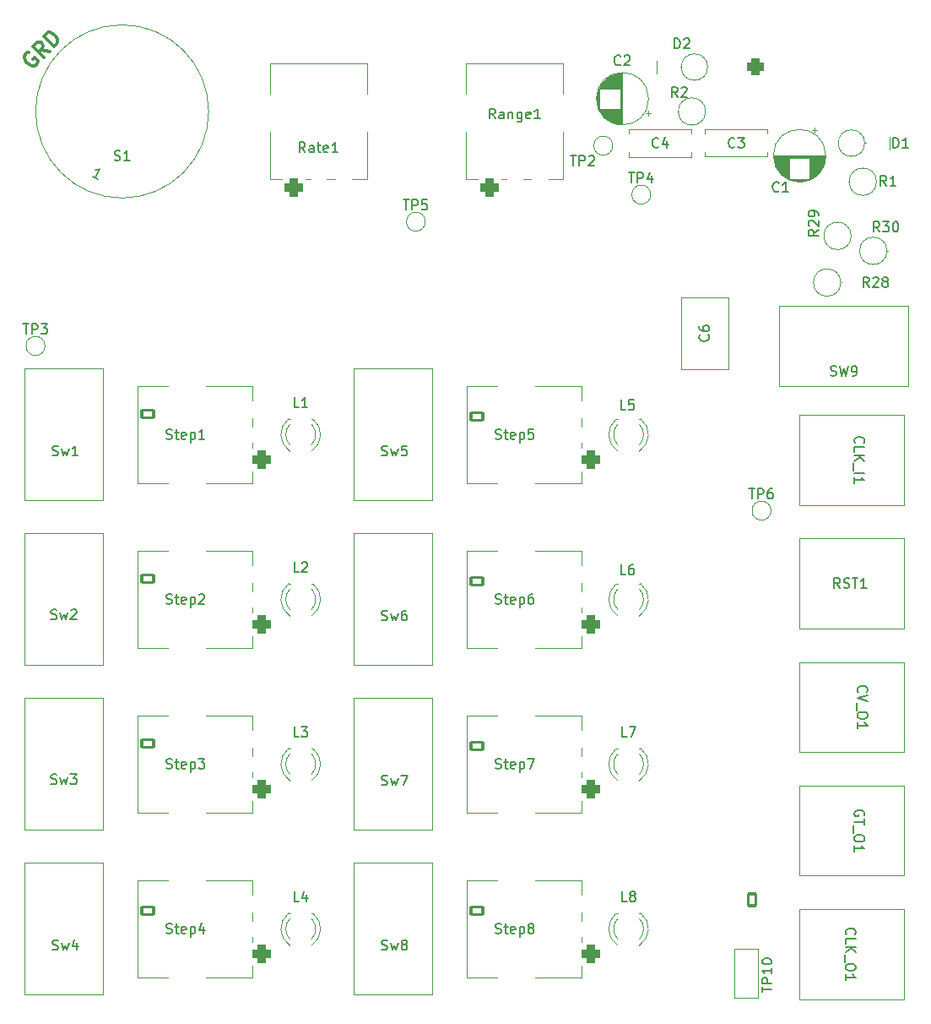
<source format=gbr>
G04 #@! TF.GenerationSoftware,KiCad,Pcbnew,7.0.10*
G04 #@! TF.CreationDate,2024-08-03T17:22:43+10:00*
G04 #@! TF.ProjectId,MK_Seq take 2,4d4b5f53-6571-4207-9461-6b6520322e6b,rev?*
G04 #@! TF.SameCoordinates,Original*
G04 #@! TF.FileFunction,Legend,Top*
G04 #@! TF.FilePolarity,Positive*
%FSLAX46Y46*%
G04 Gerber Fmt 4.6, Leading zero omitted, Abs format (unit mm)*
G04 Created by KiCad (PCBNEW 7.0.10) date 2024-08-03 17:22:43*
%MOMM*%
%LPD*%
G01*
G04 APERTURE LIST*
G04 Aperture macros list*
%AMRoundRect*
0 Rectangle with rounded corners*
0 $1 Rounding radius*
0 $2 $3 $4 $5 $6 $7 $8 $9 X,Y pos of 4 corners*
0 Add a 4 corners polygon primitive as box body*
4,1,4,$2,$3,$4,$5,$6,$7,$8,$9,$2,$3,0*
0 Add four circle primitives for the rounded corners*
1,1,$1+$1,$2,$3*
1,1,$1+$1,$4,$5*
1,1,$1+$1,$6,$7*
1,1,$1+$1,$8,$9*
0 Add four rect primitives between the rounded corners*
20,1,$1+$1,$2,$3,$4,$5,0*
20,1,$1+$1,$4,$5,$6,$7,0*
20,1,$1+$1,$6,$7,$8,$9,0*
20,1,$1+$1,$8,$9,$2,$3,0*%
%AMHorizOval*
0 Thick line with rounded ends*
0 $1 width*
0 $2 $3 position (X,Y) of the first rounded end (center of the circle)*
0 $4 $5 position (X,Y) of the second rounded end (center of the circle)*
0 Add line between two ends*
20,1,$1,$2,$3,$4,$5,0*
0 Add two circle primitives to create the rounded ends*
1,1,$1,$2,$3*
1,1,$1,$4,$5*%
G04 Aperture macros list end*
%ADD10C,0.300000*%
%ADD11C,0.150000*%
%ADD12C,0.200000*%
%ADD13C,0.100000*%
%ADD14C,0.120000*%
%ADD15O,3.000000X1.800000*%
%ADD16O,2.750000X3.500000*%
%ADD17RoundRect,0.450000X0.450000X0.450000X-0.450000X0.450000X-0.450000X-0.450000X0.450000X-0.450000X0*%
%ADD18C,1.800000*%
%ADD19O,3.500000X2.750000*%
%ADD20RoundRect,0.450000X-0.450000X0.450000X-0.450000X-0.450000X0.450000X-0.450000X0.450000X0.450000X0*%
%ADD21C,1.600000*%
%ADD22R,1.600000X1.600000*%
%ADD23O,1.600000X1.600000*%
%ADD24R,1.800000X1.800000*%
%ADD25C,1.500000*%
%ADD26O,1.800000X2.500000*%
%ADD27O,1.500000X2.500000*%
%ADD28RoundRect,0.250000X0.366269X-0.422312X0.557611X0.039628X-0.366269X0.422312X-0.557611X-0.039628X0*%
%ADD29HorizOval,1.000000X-0.095671X0.230970X0.095671X-0.230970X0*%
%ADD30HorizOval,1.000000X0.095671X0.230970X-0.095671X-0.230970X0*%
%ADD31HorizOval,1.000000X0.230970X0.095671X-0.230970X-0.095671X0*%
%ADD32HorizOval,1.000000X-0.230970X0.095671X0.230970X-0.095671X0*%
%ADD33HorizOval,1.000000X-0.095671X-0.230970X0.095671X0.230970X0*%
%ADD34HorizOval,1.000000X-0.230970X-0.095671X0.230970X0.095671X0*%
%ADD35O,1.000000X1.500000*%
%ADD36C,2.000000*%
%ADD37RoundRect,0.150000X0.600000X-0.400000X0.600000X0.400000X-0.600000X0.400000X-0.600000X-0.400000X0*%
%ADD38O,1.540000X1.100000*%
%ADD39C,1.440000*%
%ADD40RoundRect,0.150000X-0.400000X-0.600000X0.400000X-0.600000X0.400000X0.600000X-0.400000X0.600000X0*%
%ADD41O,1.100000X1.540000*%
%ADD42O,1.800000X1.800000*%
%ADD43RoundRect,0.425000X0.425000X-0.425000X0.425000X0.425000X-0.425000X0.425000X-0.425000X-0.425000X0*%
%ADD44C,1.700000*%
G04 APERTURE END LIST*
D10*
X21083752Y-22635365D02*
X20932229Y-22685873D01*
X20932229Y-22685873D02*
X20780706Y-22837396D01*
X20780706Y-22837396D02*
X20679691Y-23039426D01*
X20679691Y-23039426D02*
X20679691Y-23241457D01*
X20679691Y-23241457D02*
X20730198Y-23392980D01*
X20730198Y-23392980D02*
X20881721Y-23645518D01*
X20881721Y-23645518D02*
X21033244Y-23797041D01*
X21033244Y-23797041D02*
X21285782Y-23948564D01*
X21285782Y-23948564D02*
X21437305Y-23999071D01*
X21437305Y-23999071D02*
X21639336Y-23999071D01*
X21639336Y-23999071D02*
X21841366Y-23898056D01*
X21841366Y-23898056D02*
X21942381Y-23797041D01*
X21942381Y-23797041D02*
X22043397Y-23595010D01*
X22043397Y-23595010D02*
X22043397Y-23493995D01*
X22043397Y-23493995D02*
X21689843Y-23140441D01*
X21689843Y-23140441D02*
X21487813Y-23342472D01*
X23205072Y-22534350D02*
X22346442Y-22382827D01*
X22598981Y-23140441D02*
X21538320Y-22079781D01*
X21538320Y-22079781D02*
X21942381Y-21675720D01*
X21942381Y-21675720D02*
X22093904Y-21625213D01*
X22093904Y-21625213D02*
X22194920Y-21625213D01*
X22194920Y-21625213D02*
X22346442Y-21675720D01*
X22346442Y-21675720D02*
X22497965Y-21827243D01*
X22497965Y-21827243D02*
X22548473Y-21978766D01*
X22548473Y-21978766D02*
X22548473Y-22079781D01*
X22548473Y-22079781D02*
X22497965Y-22231304D01*
X22497965Y-22231304D02*
X22093904Y-22635365D01*
X23659641Y-22079781D02*
X22598981Y-21019121D01*
X22598981Y-21019121D02*
X22851519Y-20766583D01*
X22851519Y-20766583D02*
X23053549Y-20665568D01*
X23053549Y-20665568D02*
X23255580Y-20665568D01*
X23255580Y-20665568D02*
X23407103Y-20716075D01*
X23407103Y-20716075D02*
X23659641Y-20867598D01*
X23659641Y-20867598D02*
X23811164Y-21019121D01*
X23811164Y-21019121D02*
X23962687Y-21271659D01*
X23962687Y-21271659D02*
X24013194Y-21423182D01*
X24013194Y-21423182D02*
X24013194Y-21625213D01*
X24013194Y-21625213D02*
X23912179Y-21827243D01*
X23912179Y-21827243D02*
X23659641Y-22079781D01*
D11*
X56499286Y-112552200D02*
X56642143Y-112599819D01*
X56642143Y-112599819D02*
X56880238Y-112599819D01*
X56880238Y-112599819D02*
X56975476Y-112552200D01*
X56975476Y-112552200D02*
X57023095Y-112504580D01*
X57023095Y-112504580D02*
X57070714Y-112409342D01*
X57070714Y-112409342D02*
X57070714Y-112314104D01*
X57070714Y-112314104D02*
X57023095Y-112218866D01*
X57023095Y-112218866D02*
X56975476Y-112171247D01*
X56975476Y-112171247D02*
X56880238Y-112123628D01*
X56880238Y-112123628D02*
X56689762Y-112076009D01*
X56689762Y-112076009D02*
X56594524Y-112028390D01*
X56594524Y-112028390D02*
X56546905Y-111980771D01*
X56546905Y-111980771D02*
X56499286Y-111885533D01*
X56499286Y-111885533D02*
X56499286Y-111790295D01*
X56499286Y-111790295D02*
X56546905Y-111695057D01*
X56546905Y-111695057D02*
X56594524Y-111647438D01*
X56594524Y-111647438D02*
X56689762Y-111599819D01*
X56689762Y-111599819D02*
X56927857Y-111599819D01*
X56927857Y-111599819D02*
X57070714Y-111647438D01*
X57404048Y-111933152D02*
X57594524Y-112599819D01*
X57594524Y-112599819D02*
X57785000Y-112123628D01*
X57785000Y-112123628D02*
X57975476Y-112599819D01*
X57975476Y-112599819D02*
X58165952Y-111933152D01*
X58689762Y-112028390D02*
X58594524Y-111980771D01*
X58594524Y-111980771D02*
X58546905Y-111933152D01*
X58546905Y-111933152D02*
X58499286Y-111837914D01*
X58499286Y-111837914D02*
X58499286Y-111790295D01*
X58499286Y-111790295D02*
X58546905Y-111695057D01*
X58546905Y-111695057D02*
X58594524Y-111647438D01*
X58594524Y-111647438D02*
X58689762Y-111599819D01*
X58689762Y-111599819D02*
X58880238Y-111599819D01*
X58880238Y-111599819D02*
X58975476Y-111647438D01*
X58975476Y-111647438D02*
X59023095Y-111695057D01*
X59023095Y-111695057D02*
X59070714Y-111790295D01*
X59070714Y-111790295D02*
X59070714Y-111837914D01*
X59070714Y-111837914D02*
X59023095Y-111933152D01*
X59023095Y-111933152D02*
X58975476Y-111980771D01*
X58975476Y-111980771D02*
X58880238Y-112028390D01*
X58880238Y-112028390D02*
X58689762Y-112028390D01*
X58689762Y-112028390D02*
X58594524Y-112076009D01*
X58594524Y-112076009D02*
X58546905Y-112123628D01*
X58546905Y-112123628D02*
X58499286Y-112218866D01*
X58499286Y-112218866D02*
X58499286Y-112409342D01*
X58499286Y-112409342D02*
X58546905Y-112504580D01*
X58546905Y-112504580D02*
X58594524Y-112552200D01*
X58594524Y-112552200D02*
X58689762Y-112599819D01*
X58689762Y-112599819D02*
X58880238Y-112599819D01*
X58880238Y-112599819D02*
X58975476Y-112552200D01*
X58975476Y-112552200D02*
X59023095Y-112504580D01*
X59023095Y-112504580D02*
X59070714Y-112409342D01*
X59070714Y-112409342D02*
X59070714Y-112218866D01*
X59070714Y-112218866D02*
X59023095Y-112123628D01*
X59023095Y-112123628D02*
X58975476Y-112076009D01*
X58975476Y-112076009D02*
X58880238Y-112028390D01*
X56499286Y-79532200D02*
X56642143Y-79579819D01*
X56642143Y-79579819D02*
X56880238Y-79579819D01*
X56880238Y-79579819D02*
X56975476Y-79532200D01*
X56975476Y-79532200D02*
X57023095Y-79484580D01*
X57023095Y-79484580D02*
X57070714Y-79389342D01*
X57070714Y-79389342D02*
X57070714Y-79294104D01*
X57070714Y-79294104D02*
X57023095Y-79198866D01*
X57023095Y-79198866D02*
X56975476Y-79151247D01*
X56975476Y-79151247D02*
X56880238Y-79103628D01*
X56880238Y-79103628D02*
X56689762Y-79056009D01*
X56689762Y-79056009D02*
X56594524Y-79008390D01*
X56594524Y-79008390D02*
X56546905Y-78960771D01*
X56546905Y-78960771D02*
X56499286Y-78865533D01*
X56499286Y-78865533D02*
X56499286Y-78770295D01*
X56499286Y-78770295D02*
X56546905Y-78675057D01*
X56546905Y-78675057D02*
X56594524Y-78627438D01*
X56594524Y-78627438D02*
X56689762Y-78579819D01*
X56689762Y-78579819D02*
X56927857Y-78579819D01*
X56927857Y-78579819D02*
X57070714Y-78627438D01*
X57404048Y-78913152D02*
X57594524Y-79579819D01*
X57594524Y-79579819D02*
X57785000Y-79103628D01*
X57785000Y-79103628D02*
X57975476Y-79579819D01*
X57975476Y-79579819D02*
X58165952Y-78913152D01*
X58975476Y-78579819D02*
X58785000Y-78579819D01*
X58785000Y-78579819D02*
X58689762Y-78627438D01*
X58689762Y-78627438D02*
X58642143Y-78675057D01*
X58642143Y-78675057D02*
X58546905Y-78817914D01*
X58546905Y-78817914D02*
X58499286Y-79008390D01*
X58499286Y-79008390D02*
X58499286Y-79389342D01*
X58499286Y-79389342D02*
X58546905Y-79484580D01*
X58546905Y-79484580D02*
X58594524Y-79532200D01*
X58594524Y-79532200D02*
X58689762Y-79579819D01*
X58689762Y-79579819D02*
X58880238Y-79579819D01*
X58880238Y-79579819D02*
X58975476Y-79532200D01*
X58975476Y-79532200D02*
X59023095Y-79484580D01*
X59023095Y-79484580D02*
X59070714Y-79389342D01*
X59070714Y-79389342D02*
X59070714Y-79151247D01*
X59070714Y-79151247D02*
X59023095Y-79056009D01*
X59023095Y-79056009D02*
X58975476Y-79008390D01*
X58975476Y-79008390D02*
X58880238Y-78960771D01*
X58880238Y-78960771D02*
X58689762Y-78960771D01*
X58689762Y-78960771D02*
X58594524Y-79008390D01*
X58594524Y-79008390D02*
X58546905Y-79056009D01*
X58546905Y-79056009D02*
X58499286Y-79151247D01*
X23479286Y-112552200D02*
X23622143Y-112599819D01*
X23622143Y-112599819D02*
X23860238Y-112599819D01*
X23860238Y-112599819D02*
X23955476Y-112552200D01*
X23955476Y-112552200D02*
X24003095Y-112504580D01*
X24003095Y-112504580D02*
X24050714Y-112409342D01*
X24050714Y-112409342D02*
X24050714Y-112314104D01*
X24050714Y-112314104D02*
X24003095Y-112218866D01*
X24003095Y-112218866D02*
X23955476Y-112171247D01*
X23955476Y-112171247D02*
X23860238Y-112123628D01*
X23860238Y-112123628D02*
X23669762Y-112076009D01*
X23669762Y-112076009D02*
X23574524Y-112028390D01*
X23574524Y-112028390D02*
X23526905Y-111980771D01*
X23526905Y-111980771D02*
X23479286Y-111885533D01*
X23479286Y-111885533D02*
X23479286Y-111790295D01*
X23479286Y-111790295D02*
X23526905Y-111695057D01*
X23526905Y-111695057D02*
X23574524Y-111647438D01*
X23574524Y-111647438D02*
X23669762Y-111599819D01*
X23669762Y-111599819D02*
X23907857Y-111599819D01*
X23907857Y-111599819D02*
X24050714Y-111647438D01*
X24384048Y-111933152D02*
X24574524Y-112599819D01*
X24574524Y-112599819D02*
X24765000Y-112123628D01*
X24765000Y-112123628D02*
X24955476Y-112599819D01*
X24955476Y-112599819D02*
X25145952Y-111933152D01*
X25955476Y-111933152D02*
X25955476Y-112599819D01*
X25717381Y-111552200D02*
X25479286Y-112266485D01*
X25479286Y-112266485D02*
X26098333Y-112266485D01*
X56499286Y-63022200D02*
X56642143Y-63069819D01*
X56642143Y-63069819D02*
X56880238Y-63069819D01*
X56880238Y-63069819D02*
X56975476Y-63022200D01*
X56975476Y-63022200D02*
X57023095Y-62974580D01*
X57023095Y-62974580D02*
X57070714Y-62879342D01*
X57070714Y-62879342D02*
X57070714Y-62784104D01*
X57070714Y-62784104D02*
X57023095Y-62688866D01*
X57023095Y-62688866D02*
X56975476Y-62641247D01*
X56975476Y-62641247D02*
X56880238Y-62593628D01*
X56880238Y-62593628D02*
X56689762Y-62546009D01*
X56689762Y-62546009D02*
X56594524Y-62498390D01*
X56594524Y-62498390D02*
X56546905Y-62450771D01*
X56546905Y-62450771D02*
X56499286Y-62355533D01*
X56499286Y-62355533D02*
X56499286Y-62260295D01*
X56499286Y-62260295D02*
X56546905Y-62165057D01*
X56546905Y-62165057D02*
X56594524Y-62117438D01*
X56594524Y-62117438D02*
X56689762Y-62069819D01*
X56689762Y-62069819D02*
X56927857Y-62069819D01*
X56927857Y-62069819D02*
X57070714Y-62117438D01*
X57404048Y-62403152D02*
X57594524Y-63069819D01*
X57594524Y-63069819D02*
X57785000Y-62593628D01*
X57785000Y-62593628D02*
X57975476Y-63069819D01*
X57975476Y-63069819D02*
X58165952Y-62403152D01*
X59023095Y-62069819D02*
X58546905Y-62069819D01*
X58546905Y-62069819D02*
X58499286Y-62546009D01*
X58499286Y-62546009D02*
X58546905Y-62498390D01*
X58546905Y-62498390D02*
X58642143Y-62450771D01*
X58642143Y-62450771D02*
X58880238Y-62450771D01*
X58880238Y-62450771D02*
X58975476Y-62498390D01*
X58975476Y-62498390D02*
X59023095Y-62546009D01*
X59023095Y-62546009D02*
X59070714Y-62641247D01*
X59070714Y-62641247D02*
X59070714Y-62879342D01*
X59070714Y-62879342D02*
X59023095Y-62974580D01*
X59023095Y-62974580D02*
X58975476Y-63022200D01*
X58975476Y-63022200D02*
X58880238Y-63069819D01*
X58880238Y-63069819D02*
X58642143Y-63069819D01*
X58642143Y-63069819D02*
X58546905Y-63022200D01*
X58546905Y-63022200D02*
X58499286Y-62974580D01*
X23342620Y-95937200D02*
X23485477Y-95984819D01*
X23485477Y-95984819D02*
X23723572Y-95984819D01*
X23723572Y-95984819D02*
X23818810Y-95937200D01*
X23818810Y-95937200D02*
X23866429Y-95889580D01*
X23866429Y-95889580D02*
X23914048Y-95794342D01*
X23914048Y-95794342D02*
X23914048Y-95699104D01*
X23914048Y-95699104D02*
X23866429Y-95603866D01*
X23866429Y-95603866D02*
X23818810Y-95556247D01*
X23818810Y-95556247D02*
X23723572Y-95508628D01*
X23723572Y-95508628D02*
X23533096Y-95461009D01*
X23533096Y-95461009D02*
X23437858Y-95413390D01*
X23437858Y-95413390D02*
X23390239Y-95365771D01*
X23390239Y-95365771D02*
X23342620Y-95270533D01*
X23342620Y-95270533D02*
X23342620Y-95175295D01*
X23342620Y-95175295D02*
X23390239Y-95080057D01*
X23390239Y-95080057D02*
X23437858Y-95032438D01*
X23437858Y-95032438D02*
X23533096Y-94984819D01*
X23533096Y-94984819D02*
X23771191Y-94984819D01*
X23771191Y-94984819D02*
X23914048Y-95032438D01*
X24247382Y-95318152D02*
X24437858Y-95984819D01*
X24437858Y-95984819D02*
X24628334Y-95508628D01*
X24628334Y-95508628D02*
X24818810Y-95984819D01*
X24818810Y-95984819D02*
X25009286Y-95318152D01*
X25295001Y-94984819D02*
X25914048Y-94984819D01*
X25914048Y-94984819D02*
X25580715Y-95365771D01*
X25580715Y-95365771D02*
X25723572Y-95365771D01*
X25723572Y-95365771D02*
X25818810Y-95413390D01*
X25818810Y-95413390D02*
X25866429Y-95461009D01*
X25866429Y-95461009D02*
X25914048Y-95556247D01*
X25914048Y-95556247D02*
X25914048Y-95794342D01*
X25914048Y-95794342D02*
X25866429Y-95889580D01*
X25866429Y-95889580D02*
X25818810Y-95937200D01*
X25818810Y-95937200D02*
X25723572Y-95984819D01*
X25723572Y-95984819D02*
X25437858Y-95984819D01*
X25437858Y-95984819D02*
X25342620Y-95937200D01*
X25342620Y-95937200D02*
X25295001Y-95889580D01*
X23479286Y-63022200D02*
X23622143Y-63069819D01*
X23622143Y-63069819D02*
X23860238Y-63069819D01*
X23860238Y-63069819D02*
X23955476Y-63022200D01*
X23955476Y-63022200D02*
X24003095Y-62974580D01*
X24003095Y-62974580D02*
X24050714Y-62879342D01*
X24050714Y-62879342D02*
X24050714Y-62784104D01*
X24050714Y-62784104D02*
X24003095Y-62688866D01*
X24003095Y-62688866D02*
X23955476Y-62641247D01*
X23955476Y-62641247D02*
X23860238Y-62593628D01*
X23860238Y-62593628D02*
X23669762Y-62546009D01*
X23669762Y-62546009D02*
X23574524Y-62498390D01*
X23574524Y-62498390D02*
X23526905Y-62450771D01*
X23526905Y-62450771D02*
X23479286Y-62355533D01*
X23479286Y-62355533D02*
X23479286Y-62260295D01*
X23479286Y-62260295D02*
X23526905Y-62165057D01*
X23526905Y-62165057D02*
X23574524Y-62117438D01*
X23574524Y-62117438D02*
X23669762Y-62069819D01*
X23669762Y-62069819D02*
X23907857Y-62069819D01*
X23907857Y-62069819D02*
X24050714Y-62117438D01*
X24384048Y-62403152D02*
X24574524Y-63069819D01*
X24574524Y-63069819D02*
X24765000Y-62593628D01*
X24765000Y-62593628D02*
X24955476Y-63069819D01*
X24955476Y-63069819D02*
X25145952Y-62403152D01*
X26050714Y-63069819D02*
X25479286Y-63069819D01*
X25765000Y-63069819D02*
X25765000Y-62069819D01*
X25765000Y-62069819D02*
X25669762Y-62212676D01*
X25669762Y-62212676D02*
X25574524Y-62307914D01*
X25574524Y-62307914D02*
X25479286Y-62355533D01*
X23342620Y-79427200D02*
X23485477Y-79474819D01*
X23485477Y-79474819D02*
X23723572Y-79474819D01*
X23723572Y-79474819D02*
X23818810Y-79427200D01*
X23818810Y-79427200D02*
X23866429Y-79379580D01*
X23866429Y-79379580D02*
X23914048Y-79284342D01*
X23914048Y-79284342D02*
X23914048Y-79189104D01*
X23914048Y-79189104D02*
X23866429Y-79093866D01*
X23866429Y-79093866D02*
X23818810Y-79046247D01*
X23818810Y-79046247D02*
X23723572Y-78998628D01*
X23723572Y-78998628D02*
X23533096Y-78951009D01*
X23533096Y-78951009D02*
X23437858Y-78903390D01*
X23437858Y-78903390D02*
X23390239Y-78855771D01*
X23390239Y-78855771D02*
X23342620Y-78760533D01*
X23342620Y-78760533D02*
X23342620Y-78665295D01*
X23342620Y-78665295D02*
X23390239Y-78570057D01*
X23390239Y-78570057D02*
X23437858Y-78522438D01*
X23437858Y-78522438D02*
X23533096Y-78474819D01*
X23533096Y-78474819D02*
X23771191Y-78474819D01*
X23771191Y-78474819D02*
X23914048Y-78522438D01*
X24247382Y-78808152D02*
X24437858Y-79474819D01*
X24437858Y-79474819D02*
X24628334Y-78998628D01*
X24628334Y-78998628D02*
X24818810Y-79474819D01*
X24818810Y-79474819D02*
X25009286Y-78808152D01*
X25342620Y-78570057D02*
X25390239Y-78522438D01*
X25390239Y-78522438D02*
X25485477Y-78474819D01*
X25485477Y-78474819D02*
X25723572Y-78474819D01*
X25723572Y-78474819D02*
X25818810Y-78522438D01*
X25818810Y-78522438D02*
X25866429Y-78570057D01*
X25866429Y-78570057D02*
X25914048Y-78665295D01*
X25914048Y-78665295D02*
X25914048Y-78760533D01*
X25914048Y-78760533D02*
X25866429Y-78903390D01*
X25866429Y-78903390D02*
X25295001Y-79474819D01*
X25295001Y-79474819D02*
X25914048Y-79474819D01*
X56499286Y-96042200D02*
X56642143Y-96089819D01*
X56642143Y-96089819D02*
X56880238Y-96089819D01*
X56880238Y-96089819D02*
X56975476Y-96042200D01*
X56975476Y-96042200D02*
X57023095Y-95994580D01*
X57023095Y-95994580D02*
X57070714Y-95899342D01*
X57070714Y-95899342D02*
X57070714Y-95804104D01*
X57070714Y-95804104D02*
X57023095Y-95708866D01*
X57023095Y-95708866D02*
X56975476Y-95661247D01*
X56975476Y-95661247D02*
X56880238Y-95613628D01*
X56880238Y-95613628D02*
X56689762Y-95566009D01*
X56689762Y-95566009D02*
X56594524Y-95518390D01*
X56594524Y-95518390D02*
X56546905Y-95470771D01*
X56546905Y-95470771D02*
X56499286Y-95375533D01*
X56499286Y-95375533D02*
X56499286Y-95280295D01*
X56499286Y-95280295D02*
X56546905Y-95185057D01*
X56546905Y-95185057D02*
X56594524Y-95137438D01*
X56594524Y-95137438D02*
X56689762Y-95089819D01*
X56689762Y-95089819D02*
X56927857Y-95089819D01*
X56927857Y-95089819D02*
X57070714Y-95137438D01*
X57404048Y-95423152D02*
X57594524Y-96089819D01*
X57594524Y-96089819D02*
X57785000Y-95613628D01*
X57785000Y-95613628D02*
X57975476Y-96089819D01*
X57975476Y-96089819D02*
X58165952Y-95423152D01*
X58451667Y-95089819D02*
X59118333Y-95089819D01*
X59118333Y-95089819D02*
X58689762Y-96089819D01*
X48831666Y-32662319D02*
X48498333Y-32186128D01*
X48260238Y-32662319D02*
X48260238Y-31662319D01*
X48260238Y-31662319D02*
X48641190Y-31662319D01*
X48641190Y-31662319D02*
X48736428Y-31709938D01*
X48736428Y-31709938D02*
X48784047Y-31757557D01*
X48784047Y-31757557D02*
X48831666Y-31852795D01*
X48831666Y-31852795D02*
X48831666Y-31995652D01*
X48831666Y-31995652D02*
X48784047Y-32090890D01*
X48784047Y-32090890D02*
X48736428Y-32138509D01*
X48736428Y-32138509D02*
X48641190Y-32186128D01*
X48641190Y-32186128D02*
X48260238Y-32186128D01*
X49688809Y-32662319D02*
X49688809Y-32138509D01*
X49688809Y-32138509D02*
X49641190Y-32043271D01*
X49641190Y-32043271D02*
X49545952Y-31995652D01*
X49545952Y-31995652D02*
X49355476Y-31995652D01*
X49355476Y-31995652D02*
X49260238Y-32043271D01*
X49688809Y-32614700D02*
X49593571Y-32662319D01*
X49593571Y-32662319D02*
X49355476Y-32662319D01*
X49355476Y-32662319D02*
X49260238Y-32614700D01*
X49260238Y-32614700D02*
X49212619Y-32519461D01*
X49212619Y-32519461D02*
X49212619Y-32424223D01*
X49212619Y-32424223D02*
X49260238Y-32328985D01*
X49260238Y-32328985D02*
X49355476Y-32281366D01*
X49355476Y-32281366D02*
X49593571Y-32281366D01*
X49593571Y-32281366D02*
X49688809Y-32233747D01*
X50022143Y-31995652D02*
X50403095Y-31995652D01*
X50165000Y-31662319D02*
X50165000Y-32519461D01*
X50165000Y-32519461D02*
X50212619Y-32614700D01*
X50212619Y-32614700D02*
X50307857Y-32662319D01*
X50307857Y-32662319D02*
X50403095Y-32662319D01*
X51117381Y-32614700D02*
X51022143Y-32662319D01*
X51022143Y-32662319D02*
X50831667Y-32662319D01*
X50831667Y-32662319D02*
X50736429Y-32614700D01*
X50736429Y-32614700D02*
X50688810Y-32519461D01*
X50688810Y-32519461D02*
X50688810Y-32138509D01*
X50688810Y-32138509D02*
X50736429Y-32043271D01*
X50736429Y-32043271D02*
X50831667Y-31995652D01*
X50831667Y-31995652D02*
X51022143Y-31995652D01*
X51022143Y-31995652D02*
X51117381Y-32043271D01*
X51117381Y-32043271D02*
X51165000Y-32138509D01*
X51165000Y-32138509D02*
X51165000Y-32233747D01*
X51165000Y-32233747D02*
X50688810Y-32328985D01*
X52117381Y-32662319D02*
X51545953Y-32662319D01*
X51831667Y-32662319D02*
X51831667Y-31662319D01*
X51831667Y-31662319D02*
X51736429Y-31805176D01*
X51736429Y-31805176D02*
X51641191Y-31900414D01*
X51641191Y-31900414D02*
X51545953Y-31948033D01*
X34901428Y-61367200D02*
X35044285Y-61414819D01*
X35044285Y-61414819D02*
X35282380Y-61414819D01*
X35282380Y-61414819D02*
X35377618Y-61367200D01*
X35377618Y-61367200D02*
X35425237Y-61319580D01*
X35425237Y-61319580D02*
X35472856Y-61224342D01*
X35472856Y-61224342D02*
X35472856Y-61129104D01*
X35472856Y-61129104D02*
X35425237Y-61033866D01*
X35425237Y-61033866D02*
X35377618Y-60986247D01*
X35377618Y-60986247D02*
X35282380Y-60938628D01*
X35282380Y-60938628D02*
X35091904Y-60891009D01*
X35091904Y-60891009D02*
X34996666Y-60843390D01*
X34996666Y-60843390D02*
X34949047Y-60795771D01*
X34949047Y-60795771D02*
X34901428Y-60700533D01*
X34901428Y-60700533D02*
X34901428Y-60605295D01*
X34901428Y-60605295D02*
X34949047Y-60510057D01*
X34949047Y-60510057D02*
X34996666Y-60462438D01*
X34996666Y-60462438D02*
X35091904Y-60414819D01*
X35091904Y-60414819D02*
X35329999Y-60414819D01*
X35329999Y-60414819D02*
X35472856Y-60462438D01*
X35758571Y-60748152D02*
X36139523Y-60748152D01*
X35901428Y-60414819D02*
X35901428Y-61271961D01*
X35901428Y-61271961D02*
X35949047Y-61367200D01*
X35949047Y-61367200D02*
X36044285Y-61414819D01*
X36044285Y-61414819D02*
X36139523Y-61414819D01*
X36853809Y-61367200D02*
X36758571Y-61414819D01*
X36758571Y-61414819D02*
X36568095Y-61414819D01*
X36568095Y-61414819D02*
X36472857Y-61367200D01*
X36472857Y-61367200D02*
X36425238Y-61271961D01*
X36425238Y-61271961D02*
X36425238Y-60891009D01*
X36425238Y-60891009D02*
X36472857Y-60795771D01*
X36472857Y-60795771D02*
X36568095Y-60748152D01*
X36568095Y-60748152D02*
X36758571Y-60748152D01*
X36758571Y-60748152D02*
X36853809Y-60795771D01*
X36853809Y-60795771D02*
X36901428Y-60891009D01*
X36901428Y-60891009D02*
X36901428Y-60986247D01*
X36901428Y-60986247D02*
X36425238Y-61081485D01*
X37330000Y-60748152D02*
X37330000Y-61748152D01*
X37330000Y-60795771D02*
X37425238Y-60748152D01*
X37425238Y-60748152D02*
X37615714Y-60748152D01*
X37615714Y-60748152D02*
X37710952Y-60795771D01*
X37710952Y-60795771D02*
X37758571Y-60843390D01*
X37758571Y-60843390D02*
X37806190Y-60938628D01*
X37806190Y-60938628D02*
X37806190Y-61224342D01*
X37806190Y-61224342D02*
X37758571Y-61319580D01*
X37758571Y-61319580D02*
X37710952Y-61367200D01*
X37710952Y-61367200D02*
X37615714Y-61414819D01*
X37615714Y-61414819D02*
X37425238Y-61414819D01*
X37425238Y-61414819D02*
X37330000Y-61367200D01*
X38758571Y-61414819D02*
X38187143Y-61414819D01*
X38472857Y-61414819D02*
X38472857Y-60414819D01*
X38472857Y-60414819D02*
X38377619Y-60557676D01*
X38377619Y-60557676D02*
X38282381Y-60652914D01*
X38282381Y-60652914D02*
X38187143Y-60700533D01*
X67921428Y-77877200D02*
X68064285Y-77924819D01*
X68064285Y-77924819D02*
X68302380Y-77924819D01*
X68302380Y-77924819D02*
X68397618Y-77877200D01*
X68397618Y-77877200D02*
X68445237Y-77829580D01*
X68445237Y-77829580D02*
X68492856Y-77734342D01*
X68492856Y-77734342D02*
X68492856Y-77639104D01*
X68492856Y-77639104D02*
X68445237Y-77543866D01*
X68445237Y-77543866D02*
X68397618Y-77496247D01*
X68397618Y-77496247D02*
X68302380Y-77448628D01*
X68302380Y-77448628D02*
X68111904Y-77401009D01*
X68111904Y-77401009D02*
X68016666Y-77353390D01*
X68016666Y-77353390D02*
X67969047Y-77305771D01*
X67969047Y-77305771D02*
X67921428Y-77210533D01*
X67921428Y-77210533D02*
X67921428Y-77115295D01*
X67921428Y-77115295D02*
X67969047Y-77020057D01*
X67969047Y-77020057D02*
X68016666Y-76972438D01*
X68016666Y-76972438D02*
X68111904Y-76924819D01*
X68111904Y-76924819D02*
X68349999Y-76924819D01*
X68349999Y-76924819D02*
X68492856Y-76972438D01*
X68778571Y-77258152D02*
X69159523Y-77258152D01*
X68921428Y-76924819D02*
X68921428Y-77781961D01*
X68921428Y-77781961D02*
X68969047Y-77877200D01*
X68969047Y-77877200D02*
X69064285Y-77924819D01*
X69064285Y-77924819D02*
X69159523Y-77924819D01*
X69873809Y-77877200D02*
X69778571Y-77924819D01*
X69778571Y-77924819D02*
X69588095Y-77924819D01*
X69588095Y-77924819D02*
X69492857Y-77877200D01*
X69492857Y-77877200D02*
X69445238Y-77781961D01*
X69445238Y-77781961D02*
X69445238Y-77401009D01*
X69445238Y-77401009D02*
X69492857Y-77305771D01*
X69492857Y-77305771D02*
X69588095Y-77258152D01*
X69588095Y-77258152D02*
X69778571Y-77258152D01*
X69778571Y-77258152D02*
X69873809Y-77305771D01*
X69873809Y-77305771D02*
X69921428Y-77401009D01*
X69921428Y-77401009D02*
X69921428Y-77496247D01*
X69921428Y-77496247D02*
X69445238Y-77591485D01*
X70350000Y-77258152D02*
X70350000Y-78258152D01*
X70350000Y-77305771D02*
X70445238Y-77258152D01*
X70445238Y-77258152D02*
X70635714Y-77258152D01*
X70635714Y-77258152D02*
X70730952Y-77305771D01*
X70730952Y-77305771D02*
X70778571Y-77353390D01*
X70778571Y-77353390D02*
X70826190Y-77448628D01*
X70826190Y-77448628D02*
X70826190Y-77734342D01*
X70826190Y-77734342D02*
X70778571Y-77829580D01*
X70778571Y-77829580D02*
X70730952Y-77877200D01*
X70730952Y-77877200D02*
X70635714Y-77924819D01*
X70635714Y-77924819D02*
X70445238Y-77924819D01*
X70445238Y-77924819D02*
X70350000Y-77877200D01*
X71683333Y-76924819D02*
X71492857Y-76924819D01*
X71492857Y-76924819D02*
X71397619Y-76972438D01*
X71397619Y-76972438D02*
X71350000Y-77020057D01*
X71350000Y-77020057D02*
X71254762Y-77162914D01*
X71254762Y-77162914D02*
X71207143Y-77353390D01*
X71207143Y-77353390D02*
X71207143Y-77734342D01*
X71207143Y-77734342D02*
X71254762Y-77829580D01*
X71254762Y-77829580D02*
X71302381Y-77877200D01*
X71302381Y-77877200D02*
X71397619Y-77924819D01*
X71397619Y-77924819D02*
X71588095Y-77924819D01*
X71588095Y-77924819D02*
X71683333Y-77877200D01*
X71683333Y-77877200D02*
X71730952Y-77829580D01*
X71730952Y-77829580D02*
X71778571Y-77734342D01*
X71778571Y-77734342D02*
X71778571Y-77496247D01*
X71778571Y-77496247D02*
X71730952Y-77401009D01*
X71730952Y-77401009D02*
X71683333Y-77353390D01*
X71683333Y-77353390D02*
X71588095Y-77305771D01*
X71588095Y-77305771D02*
X71397619Y-77305771D01*
X71397619Y-77305771D02*
X71302381Y-77353390D01*
X71302381Y-77353390D02*
X71254762Y-77401009D01*
X71254762Y-77401009D02*
X71207143Y-77496247D01*
X34901428Y-94387200D02*
X35044285Y-94434819D01*
X35044285Y-94434819D02*
X35282380Y-94434819D01*
X35282380Y-94434819D02*
X35377618Y-94387200D01*
X35377618Y-94387200D02*
X35425237Y-94339580D01*
X35425237Y-94339580D02*
X35472856Y-94244342D01*
X35472856Y-94244342D02*
X35472856Y-94149104D01*
X35472856Y-94149104D02*
X35425237Y-94053866D01*
X35425237Y-94053866D02*
X35377618Y-94006247D01*
X35377618Y-94006247D02*
X35282380Y-93958628D01*
X35282380Y-93958628D02*
X35091904Y-93911009D01*
X35091904Y-93911009D02*
X34996666Y-93863390D01*
X34996666Y-93863390D02*
X34949047Y-93815771D01*
X34949047Y-93815771D02*
X34901428Y-93720533D01*
X34901428Y-93720533D02*
X34901428Y-93625295D01*
X34901428Y-93625295D02*
X34949047Y-93530057D01*
X34949047Y-93530057D02*
X34996666Y-93482438D01*
X34996666Y-93482438D02*
X35091904Y-93434819D01*
X35091904Y-93434819D02*
X35329999Y-93434819D01*
X35329999Y-93434819D02*
X35472856Y-93482438D01*
X35758571Y-93768152D02*
X36139523Y-93768152D01*
X35901428Y-93434819D02*
X35901428Y-94291961D01*
X35901428Y-94291961D02*
X35949047Y-94387200D01*
X35949047Y-94387200D02*
X36044285Y-94434819D01*
X36044285Y-94434819D02*
X36139523Y-94434819D01*
X36853809Y-94387200D02*
X36758571Y-94434819D01*
X36758571Y-94434819D02*
X36568095Y-94434819D01*
X36568095Y-94434819D02*
X36472857Y-94387200D01*
X36472857Y-94387200D02*
X36425238Y-94291961D01*
X36425238Y-94291961D02*
X36425238Y-93911009D01*
X36425238Y-93911009D02*
X36472857Y-93815771D01*
X36472857Y-93815771D02*
X36568095Y-93768152D01*
X36568095Y-93768152D02*
X36758571Y-93768152D01*
X36758571Y-93768152D02*
X36853809Y-93815771D01*
X36853809Y-93815771D02*
X36901428Y-93911009D01*
X36901428Y-93911009D02*
X36901428Y-94006247D01*
X36901428Y-94006247D02*
X36425238Y-94101485D01*
X37330000Y-93768152D02*
X37330000Y-94768152D01*
X37330000Y-93815771D02*
X37425238Y-93768152D01*
X37425238Y-93768152D02*
X37615714Y-93768152D01*
X37615714Y-93768152D02*
X37710952Y-93815771D01*
X37710952Y-93815771D02*
X37758571Y-93863390D01*
X37758571Y-93863390D02*
X37806190Y-93958628D01*
X37806190Y-93958628D02*
X37806190Y-94244342D01*
X37806190Y-94244342D02*
X37758571Y-94339580D01*
X37758571Y-94339580D02*
X37710952Y-94387200D01*
X37710952Y-94387200D02*
X37615714Y-94434819D01*
X37615714Y-94434819D02*
X37425238Y-94434819D01*
X37425238Y-94434819D02*
X37330000Y-94387200D01*
X38139524Y-93434819D02*
X38758571Y-93434819D01*
X38758571Y-93434819D02*
X38425238Y-93815771D01*
X38425238Y-93815771D02*
X38568095Y-93815771D01*
X38568095Y-93815771D02*
X38663333Y-93863390D01*
X38663333Y-93863390D02*
X38710952Y-93911009D01*
X38710952Y-93911009D02*
X38758571Y-94006247D01*
X38758571Y-94006247D02*
X38758571Y-94244342D01*
X38758571Y-94244342D02*
X38710952Y-94339580D01*
X38710952Y-94339580D02*
X38663333Y-94387200D01*
X38663333Y-94387200D02*
X38568095Y-94434819D01*
X38568095Y-94434819D02*
X38282381Y-94434819D01*
X38282381Y-94434819D02*
X38187143Y-94387200D01*
X38187143Y-94387200D02*
X38139524Y-94339580D01*
X67921428Y-110897200D02*
X68064285Y-110944819D01*
X68064285Y-110944819D02*
X68302380Y-110944819D01*
X68302380Y-110944819D02*
X68397618Y-110897200D01*
X68397618Y-110897200D02*
X68445237Y-110849580D01*
X68445237Y-110849580D02*
X68492856Y-110754342D01*
X68492856Y-110754342D02*
X68492856Y-110659104D01*
X68492856Y-110659104D02*
X68445237Y-110563866D01*
X68445237Y-110563866D02*
X68397618Y-110516247D01*
X68397618Y-110516247D02*
X68302380Y-110468628D01*
X68302380Y-110468628D02*
X68111904Y-110421009D01*
X68111904Y-110421009D02*
X68016666Y-110373390D01*
X68016666Y-110373390D02*
X67969047Y-110325771D01*
X67969047Y-110325771D02*
X67921428Y-110230533D01*
X67921428Y-110230533D02*
X67921428Y-110135295D01*
X67921428Y-110135295D02*
X67969047Y-110040057D01*
X67969047Y-110040057D02*
X68016666Y-109992438D01*
X68016666Y-109992438D02*
X68111904Y-109944819D01*
X68111904Y-109944819D02*
X68349999Y-109944819D01*
X68349999Y-109944819D02*
X68492856Y-109992438D01*
X68778571Y-110278152D02*
X69159523Y-110278152D01*
X68921428Y-109944819D02*
X68921428Y-110801961D01*
X68921428Y-110801961D02*
X68969047Y-110897200D01*
X68969047Y-110897200D02*
X69064285Y-110944819D01*
X69064285Y-110944819D02*
X69159523Y-110944819D01*
X69873809Y-110897200D02*
X69778571Y-110944819D01*
X69778571Y-110944819D02*
X69588095Y-110944819D01*
X69588095Y-110944819D02*
X69492857Y-110897200D01*
X69492857Y-110897200D02*
X69445238Y-110801961D01*
X69445238Y-110801961D02*
X69445238Y-110421009D01*
X69445238Y-110421009D02*
X69492857Y-110325771D01*
X69492857Y-110325771D02*
X69588095Y-110278152D01*
X69588095Y-110278152D02*
X69778571Y-110278152D01*
X69778571Y-110278152D02*
X69873809Y-110325771D01*
X69873809Y-110325771D02*
X69921428Y-110421009D01*
X69921428Y-110421009D02*
X69921428Y-110516247D01*
X69921428Y-110516247D02*
X69445238Y-110611485D01*
X70350000Y-110278152D02*
X70350000Y-111278152D01*
X70350000Y-110325771D02*
X70445238Y-110278152D01*
X70445238Y-110278152D02*
X70635714Y-110278152D01*
X70635714Y-110278152D02*
X70730952Y-110325771D01*
X70730952Y-110325771D02*
X70778571Y-110373390D01*
X70778571Y-110373390D02*
X70826190Y-110468628D01*
X70826190Y-110468628D02*
X70826190Y-110754342D01*
X70826190Y-110754342D02*
X70778571Y-110849580D01*
X70778571Y-110849580D02*
X70730952Y-110897200D01*
X70730952Y-110897200D02*
X70635714Y-110944819D01*
X70635714Y-110944819D02*
X70445238Y-110944819D01*
X70445238Y-110944819D02*
X70350000Y-110897200D01*
X71397619Y-110373390D02*
X71302381Y-110325771D01*
X71302381Y-110325771D02*
X71254762Y-110278152D01*
X71254762Y-110278152D02*
X71207143Y-110182914D01*
X71207143Y-110182914D02*
X71207143Y-110135295D01*
X71207143Y-110135295D02*
X71254762Y-110040057D01*
X71254762Y-110040057D02*
X71302381Y-109992438D01*
X71302381Y-109992438D02*
X71397619Y-109944819D01*
X71397619Y-109944819D02*
X71588095Y-109944819D01*
X71588095Y-109944819D02*
X71683333Y-109992438D01*
X71683333Y-109992438D02*
X71730952Y-110040057D01*
X71730952Y-110040057D02*
X71778571Y-110135295D01*
X71778571Y-110135295D02*
X71778571Y-110182914D01*
X71778571Y-110182914D02*
X71730952Y-110278152D01*
X71730952Y-110278152D02*
X71683333Y-110325771D01*
X71683333Y-110325771D02*
X71588095Y-110373390D01*
X71588095Y-110373390D02*
X71397619Y-110373390D01*
X71397619Y-110373390D02*
X71302381Y-110421009D01*
X71302381Y-110421009D02*
X71254762Y-110468628D01*
X71254762Y-110468628D02*
X71207143Y-110563866D01*
X71207143Y-110563866D02*
X71207143Y-110754342D01*
X71207143Y-110754342D02*
X71254762Y-110849580D01*
X71254762Y-110849580D02*
X71302381Y-110897200D01*
X71302381Y-110897200D02*
X71397619Y-110944819D01*
X71397619Y-110944819D02*
X71588095Y-110944819D01*
X71588095Y-110944819D02*
X71683333Y-110897200D01*
X71683333Y-110897200D02*
X71730952Y-110849580D01*
X71730952Y-110849580D02*
X71778571Y-110754342D01*
X71778571Y-110754342D02*
X71778571Y-110563866D01*
X71778571Y-110563866D02*
X71730952Y-110468628D01*
X71730952Y-110468628D02*
X71683333Y-110421009D01*
X71683333Y-110421009D02*
X71588095Y-110373390D01*
X34901428Y-110897200D02*
X35044285Y-110944819D01*
X35044285Y-110944819D02*
X35282380Y-110944819D01*
X35282380Y-110944819D02*
X35377618Y-110897200D01*
X35377618Y-110897200D02*
X35425237Y-110849580D01*
X35425237Y-110849580D02*
X35472856Y-110754342D01*
X35472856Y-110754342D02*
X35472856Y-110659104D01*
X35472856Y-110659104D02*
X35425237Y-110563866D01*
X35425237Y-110563866D02*
X35377618Y-110516247D01*
X35377618Y-110516247D02*
X35282380Y-110468628D01*
X35282380Y-110468628D02*
X35091904Y-110421009D01*
X35091904Y-110421009D02*
X34996666Y-110373390D01*
X34996666Y-110373390D02*
X34949047Y-110325771D01*
X34949047Y-110325771D02*
X34901428Y-110230533D01*
X34901428Y-110230533D02*
X34901428Y-110135295D01*
X34901428Y-110135295D02*
X34949047Y-110040057D01*
X34949047Y-110040057D02*
X34996666Y-109992438D01*
X34996666Y-109992438D02*
X35091904Y-109944819D01*
X35091904Y-109944819D02*
X35329999Y-109944819D01*
X35329999Y-109944819D02*
X35472856Y-109992438D01*
X35758571Y-110278152D02*
X36139523Y-110278152D01*
X35901428Y-109944819D02*
X35901428Y-110801961D01*
X35901428Y-110801961D02*
X35949047Y-110897200D01*
X35949047Y-110897200D02*
X36044285Y-110944819D01*
X36044285Y-110944819D02*
X36139523Y-110944819D01*
X36853809Y-110897200D02*
X36758571Y-110944819D01*
X36758571Y-110944819D02*
X36568095Y-110944819D01*
X36568095Y-110944819D02*
X36472857Y-110897200D01*
X36472857Y-110897200D02*
X36425238Y-110801961D01*
X36425238Y-110801961D02*
X36425238Y-110421009D01*
X36425238Y-110421009D02*
X36472857Y-110325771D01*
X36472857Y-110325771D02*
X36568095Y-110278152D01*
X36568095Y-110278152D02*
X36758571Y-110278152D01*
X36758571Y-110278152D02*
X36853809Y-110325771D01*
X36853809Y-110325771D02*
X36901428Y-110421009D01*
X36901428Y-110421009D02*
X36901428Y-110516247D01*
X36901428Y-110516247D02*
X36425238Y-110611485D01*
X37330000Y-110278152D02*
X37330000Y-111278152D01*
X37330000Y-110325771D02*
X37425238Y-110278152D01*
X37425238Y-110278152D02*
X37615714Y-110278152D01*
X37615714Y-110278152D02*
X37710952Y-110325771D01*
X37710952Y-110325771D02*
X37758571Y-110373390D01*
X37758571Y-110373390D02*
X37806190Y-110468628D01*
X37806190Y-110468628D02*
X37806190Y-110754342D01*
X37806190Y-110754342D02*
X37758571Y-110849580D01*
X37758571Y-110849580D02*
X37710952Y-110897200D01*
X37710952Y-110897200D02*
X37615714Y-110944819D01*
X37615714Y-110944819D02*
X37425238Y-110944819D01*
X37425238Y-110944819D02*
X37330000Y-110897200D01*
X38663333Y-110278152D02*
X38663333Y-110944819D01*
X38425238Y-109897200D02*
X38187143Y-110611485D01*
X38187143Y-110611485D02*
X38806190Y-110611485D01*
X67921428Y-94387200D02*
X68064285Y-94434819D01*
X68064285Y-94434819D02*
X68302380Y-94434819D01*
X68302380Y-94434819D02*
X68397618Y-94387200D01*
X68397618Y-94387200D02*
X68445237Y-94339580D01*
X68445237Y-94339580D02*
X68492856Y-94244342D01*
X68492856Y-94244342D02*
X68492856Y-94149104D01*
X68492856Y-94149104D02*
X68445237Y-94053866D01*
X68445237Y-94053866D02*
X68397618Y-94006247D01*
X68397618Y-94006247D02*
X68302380Y-93958628D01*
X68302380Y-93958628D02*
X68111904Y-93911009D01*
X68111904Y-93911009D02*
X68016666Y-93863390D01*
X68016666Y-93863390D02*
X67969047Y-93815771D01*
X67969047Y-93815771D02*
X67921428Y-93720533D01*
X67921428Y-93720533D02*
X67921428Y-93625295D01*
X67921428Y-93625295D02*
X67969047Y-93530057D01*
X67969047Y-93530057D02*
X68016666Y-93482438D01*
X68016666Y-93482438D02*
X68111904Y-93434819D01*
X68111904Y-93434819D02*
X68349999Y-93434819D01*
X68349999Y-93434819D02*
X68492856Y-93482438D01*
X68778571Y-93768152D02*
X69159523Y-93768152D01*
X68921428Y-93434819D02*
X68921428Y-94291961D01*
X68921428Y-94291961D02*
X68969047Y-94387200D01*
X68969047Y-94387200D02*
X69064285Y-94434819D01*
X69064285Y-94434819D02*
X69159523Y-94434819D01*
X69873809Y-94387200D02*
X69778571Y-94434819D01*
X69778571Y-94434819D02*
X69588095Y-94434819D01*
X69588095Y-94434819D02*
X69492857Y-94387200D01*
X69492857Y-94387200D02*
X69445238Y-94291961D01*
X69445238Y-94291961D02*
X69445238Y-93911009D01*
X69445238Y-93911009D02*
X69492857Y-93815771D01*
X69492857Y-93815771D02*
X69588095Y-93768152D01*
X69588095Y-93768152D02*
X69778571Y-93768152D01*
X69778571Y-93768152D02*
X69873809Y-93815771D01*
X69873809Y-93815771D02*
X69921428Y-93911009D01*
X69921428Y-93911009D02*
X69921428Y-94006247D01*
X69921428Y-94006247D02*
X69445238Y-94101485D01*
X70350000Y-93768152D02*
X70350000Y-94768152D01*
X70350000Y-93815771D02*
X70445238Y-93768152D01*
X70445238Y-93768152D02*
X70635714Y-93768152D01*
X70635714Y-93768152D02*
X70730952Y-93815771D01*
X70730952Y-93815771D02*
X70778571Y-93863390D01*
X70778571Y-93863390D02*
X70826190Y-93958628D01*
X70826190Y-93958628D02*
X70826190Y-94244342D01*
X70826190Y-94244342D02*
X70778571Y-94339580D01*
X70778571Y-94339580D02*
X70730952Y-94387200D01*
X70730952Y-94387200D02*
X70635714Y-94434819D01*
X70635714Y-94434819D02*
X70445238Y-94434819D01*
X70445238Y-94434819D02*
X70350000Y-94387200D01*
X71159524Y-93434819D02*
X71826190Y-93434819D01*
X71826190Y-93434819D02*
X71397619Y-94434819D01*
X67897618Y-29294819D02*
X67564285Y-28818628D01*
X67326190Y-29294819D02*
X67326190Y-28294819D01*
X67326190Y-28294819D02*
X67707142Y-28294819D01*
X67707142Y-28294819D02*
X67802380Y-28342438D01*
X67802380Y-28342438D02*
X67849999Y-28390057D01*
X67849999Y-28390057D02*
X67897618Y-28485295D01*
X67897618Y-28485295D02*
X67897618Y-28628152D01*
X67897618Y-28628152D02*
X67849999Y-28723390D01*
X67849999Y-28723390D02*
X67802380Y-28771009D01*
X67802380Y-28771009D02*
X67707142Y-28818628D01*
X67707142Y-28818628D02*
X67326190Y-28818628D01*
X68754761Y-29294819D02*
X68754761Y-28771009D01*
X68754761Y-28771009D02*
X68707142Y-28675771D01*
X68707142Y-28675771D02*
X68611904Y-28628152D01*
X68611904Y-28628152D02*
X68421428Y-28628152D01*
X68421428Y-28628152D02*
X68326190Y-28675771D01*
X68754761Y-29247200D02*
X68659523Y-29294819D01*
X68659523Y-29294819D02*
X68421428Y-29294819D01*
X68421428Y-29294819D02*
X68326190Y-29247200D01*
X68326190Y-29247200D02*
X68278571Y-29151961D01*
X68278571Y-29151961D02*
X68278571Y-29056723D01*
X68278571Y-29056723D02*
X68326190Y-28961485D01*
X68326190Y-28961485D02*
X68421428Y-28913866D01*
X68421428Y-28913866D02*
X68659523Y-28913866D01*
X68659523Y-28913866D02*
X68754761Y-28866247D01*
X69230952Y-28628152D02*
X69230952Y-29294819D01*
X69230952Y-28723390D02*
X69278571Y-28675771D01*
X69278571Y-28675771D02*
X69373809Y-28628152D01*
X69373809Y-28628152D02*
X69516666Y-28628152D01*
X69516666Y-28628152D02*
X69611904Y-28675771D01*
X69611904Y-28675771D02*
X69659523Y-28771009D01*
X69659523Y-28771009D02*
X69659523Y-29294819D01*
X70564285Y-28628152D02*
X70564285Y-29437676D01*
X70564285Y-29437676D02*
X70516666Y-29532914D01*
X70516666Y-29532914D02*
X70469047Y-29580533D01*
X70469047Y-29580533D02*
X70373809Y-29628152D01*
X70373809Y-29628152D02*
X70230952Y-29628152D01*
X70230952Y-29628152D02*
X70135714Y-29580533D01*
X70564285Y-29247200D02*
X70469047Y-29294819D01*
X70469047Y-29294819D02*
X70278571Y-29294819D01*
X70278571Y-29294819D02*
X70183333Y-29247200D01*
X70183333Y-29247200D02*
X70135714Y-29199580D01*
X70135714Y-29199580D02*
X70088095Y-29104342D01*
X70088095Y-29104342D02*
X70088095Y-28818628D01*
X70088095Y-28818628D02*
X70135714Y-28723390D01*
X70135714Y-28723390D02*
X70183333Y-28675771D01*
X70183333Y-28675771D02*
X70278571Y-28628152D01*
X70278571Y-28628152D02*
X70469047Y-28628152D01*
X70469047Y-28628152D02*
X70564285Y-28675771D01*
X71421428Y-29247200D02*
X71326190Y-29294819D01*
X71326190Y-29294819D02*
X71135714Y-29294819D01*
X71135714Y-29294819D02*
X71040476Y-29247200D01*
X71040476Y-29247200D02*
X70992857Y-29151961D01*
X70992857Y-29151961D02*
X70992857Y-28771009D01*
X70992857Y-28771009D02*
X71040476Y-28675771D01*
X71040476Y-28675771D02*
X71135714Y-28628152D01*
X71135714Y-28628152D02*
X71326190Y-28628152D01*
X71326190Y-28628152D02*
X71421428Y-28675771D01*
X71421428Y-28675771D02*
X71469047Y-28771009D01*
X71469047Y-28771009D02*
X71469047Y-28866247D01*
X71469047Y-28866247D02*
X70992857Y-28961485D01*
X72421428Y-29294819D02*
X71850000Y-29294819D01*
X72135714Y-29294819D02*
X72135714Y-28294819D01*
X72135714Y-28294819D02*
X72040476Y-28437676D01*
X72040476Y-28437676D02*
X71945238Y-28532914D01*
X71945238Y-28532914D02*
X71850000Y-28580533D01*
X34901428Y-77877200D02*
X35044285Y-77924819D01*
X35044285Y-77924819D02*
X35282380Y-77924819D01*
X35282380Y-77924819D02*
X35377618Y-77877200D01*
X35377618Y-77877200D02*
X35425237Y-77829580D01*
X35425237Y-77829580D02*
X35472856Y-77734342D01*
X35472856Y-77734342D02*
X35472856Y-77639104D01*
X35472856Y-77639104D02*
X35425237Y-77543866D01*
X35425237Y-77543866D02*
X35377618Y-77496247D01*
X35377618Y-77496247D02*
X35282380Y-77448628D01*
X35282380Y-77448628D02*
X35091904Y-77401009D01*
X35091904Y-77401009D02*
X34996666Y-77353390D01*
X34996666Y-77353390D02*
X34949047Y-77305771D01*
X34949047Y-77305771D02*
X34901428Y-77210533D01*
X34901428Y-77210533D02*
X34901428Y-77115295D01*
X34901428Y-77115295D02*
X34949047Y-77020057D01*
X34949047Y-77020057D02*
X34996666Y-76972438D01*
X34996666Y-76972438D02*
X35091904Y-76924819D01*
X35091904Y-76924819D02*
X35329999Y-76924819D01*
X35329999Y-76924819D02*
X35472856Y-76972438D01*
X35758571Y-77258152D02*
X36139523Y-77258152D01*
X35901428Y-76924819D02*
X35901428Y-77781961D01*
X35901428Y-77781961D02*
X35949047Y-77877200D01*
X35949047Y-77877200D02*
X36044285Y-77924819D01*
X36044285Y-77924819D02*
X36139523Y-77924819D01*
X36853809Y-77877200D02*
X36758571Y-77924819D01*
X36758571Y-77924819D02*
X36568095Y-77924819D01*
X36568095Y-77924819D02*
X36472857Y-77877200D01*
X36472857Y-77877200D02*
X36425238Y-77781961D01*
X36425238Y-77781961D02*
X36425238Y-77401009D01*
X36425238Y-77401009D02*
X36472857Y-77305771D01*
X36472857Y-77305771D02*
X36568095Y-77258152D01*
X36568095Y-77258152D02*
X36758571Y-77258152D01*
X36758571Y-77258152D02*
X36853809Y-77305771D01*
X36853809Y-77305771D02*
X36901428Y-77401009D01*
X36901428Y-77401009D02*
X36901428Y-77496247D01*
X36901428Y-77496247D02*
X36425238Y-77591485D01*
X37330000Y-77258152D02*
X37330000Y-78258152D01*
X37330000Y-77305771D02*
X37425238Y-77258152D01*
X37425238Y-77258152D02*
X37615714Y-77258152D01*
X37615714Y-77258152D02*
X37710952Y-77305771D01*
X37710952Y-77305771D02*
X37758571Y-77353390D01*
X37758571Y-77353390D02*
X37806190Y-77448628D01*
X37806190Y-77448628D02*
X37806190Y-77734342D01*
X37806190Y-77734342D02*
X37758571Y-77829580D01*
X37758571Y-77829580D02*
X37710952Y-77877200D01*
X37710952Y-77877200D02*
X37615714Y-77924819D01*
X37615714Y-77924819D02*
X37425238Y-77924819D01*
X37425238Y-77924819D02*
X37330000Y-77877200D01*
X38187143Y-77020057D02*
X38234762Y-76972438D01*
X38234762Y-76972438D02*
X38330000Y-76924819D01*
X38330000Y-76924819D02*
X38568095Y-76924819D01*
X38568095Y-76924819D02*
X38663333Y-76972438D01*
X38663333Y-76972438D02*
X38710952Y-77020057D01*
X38710952Y-77020057D02*
X38758571Y-77115295D01*
X38758571Y-77115295D02*
X38758571Y-77210533D01*
X38758571Y-77210533D02*
X38710952Y-77353390D01*
X38710952Y-77353390D02*
X38139524Y-77924819D01*
X38139524Y-77924819D02*
X38758571Y-77924819D01*
X67921428Y-61367200D02*
X68064285Y-61414819D01*
X68064285Y-61414819D02*
X68302380Y-61414819D01*
X68302380Y-61414819D02*
X68397618Y-61367200D01*
X68397618Y-61367200D02*
X68445237Y-61319580D01*
X68445237Y-61319580D02*
X68492856Y-61224342D01*
X68492856Y-61224342D02*
X68492856Y-61129104D01*
X68492856Y-61129104D02*
X68445237Y-61033866D01*
X68445237Y-61033866D02*
X68397618Y-60986247D01*
X68397618Y-60986247D02*
X68302380Y-60938628D01*
X68302380Y-60938628D02*
X68111904Y-60891009D01*
X68111904Y-60891009D02*
X68016666Y-60843390D01*
X68016666Y-60843390D02*
X67969047Y-60795771D01*
X67969047Y-60795771D02*
X67921428Y-60700533D01*
X67921428Y-60700533D02*
X67921428Y-60605295D01*
X67921428Y-60605295D02*
X67969047Y-60510057D01*
X67969047Y-60510057D02*
X68016666Y-60462438D01*
X68016666Y-60462438D02*
X68111904Y-60414819D01*
X68111904Y-60414819D02*
X68349999Y-60414819D01*
X68349999Y-60414819D02*
X68492856Y-60462438D01*
X68778571Y-60748152D02*
X69159523Y-60748152D01*
X68921428Y-60414819D02*
X68921428Y-61271961D01*
X68921428Y-61271961D02*
X68969047Y-61367200D01*
X68969047Y-61367200D02*
X69064285Y-61414819D01*
X69064285Y-61414819D02*
X69159523Y-61414819D01*
X69873809Y-61367200D02*
X69778571Y-61414819D01*
X69778571Y-61414819D02*
X69588095Y-61414819D01*
X69588095Y-61414819D02*
X69492857Y-61367200D01*
X69492857Y-61367200D02*
X69445238Y-61271961D01*
X69445238Y-61271961D02*
X69445238Y-60891009D01*
X69445238Y-60891009D02*
X69492857Y-60795771D01*
X69492857Y-60795771D02*
X69588095Y-60748152D01*
X69588095Y-60748152D02*
X69778571Y-60748152D01*
X69778571Y-60748152D02*
X69873809Y-60795771D01*
X69873809Y-60795771D02*
X69921428Y-60891009D01*
X69921428Y-60891009D02*
X69921428Y-60986247D01*
X69921428Y-60986247D02*
X69445238Y-61081485D01*
X70350000Y-60748152D02*
X70350000Y-61748152D01*
X70350000Y-60795771D02*
X70445238Y-60748152D01*
X70445238Y-60748152D02*
X70635714Y-60748152D01*
X70635714Y-60748152D02*
X70730952Y-60795771D01*
X70730952Y-60795771D02*
X70778571Y-60843390D01*
X70778571Y-60843390D02*
X70826190Y-60938628D01*
X70826190Y-60938628D02*
X70826190Y-61224342D01*
X70826190Y-61224342D02*
X70778571Y-61319580D01*
X70778571Y-61319580D02*
X70730952Y-61367200D01*
X70730952Y-61367200D02*
X70635714Y-61414819D01*
X70635714Y-61414819D02*
X70445238Y-61414819D01*
X70445238Y-61414819D02*
X70350000Y-61367200D01*
X71730952Y-60414819D02*
X71254762Y-60414819D01*
X71254762Y-60414819D02*
X71207143Y-60891009D01*
X71207143Y-60891009D02*
X71254762Y-60843390D01*
X71254762Y-60843390D02*
X71350000Y-60795771D01*
X71350000Y-60795771D02*
X71588095Y-60795771D01*
X71588095Y-60795771D02*
X71683333Y-60843390D01*
X71683333Y-60843390D02*
X71730952Y-60891009D01*
X71730952Y-60891009D02*
X71778571Y-60986247D01*
X71778571Y-60986247D02*
X71778571Y-61224342D01*
X71778571Y-61224342D02*
X71730952Y-61319580D01*
X71730952Y-61319580D02*
X71683333Y-61367200D01*
X71683333Y-61367200D02*
X71588095Y-61414819D01*
X71588095Y-61414819D02*
X71350000Y-61414819D01*
X71350000Y-61414819D02*
X71254762Y-61367200D01*
X71254762Y-61367200D02*
X71207143Y-61319580D01*
X89259580Y-50966666D02*
X89307200Y-51014285D01*
X89307200Y-51014285D02*
X89354819Y-51157142D01*
X89354819Y-51157142D02*
X89354819Y-51252380D01*
X89354819Y-51252380D02*
X89307200Y-51395237D01*
X89307200Y-51395237D02*
X89211961Y-51490475D01*
X89211961Y-51490475D02*
X89116723Y-51538094D01*
X89116723Y-51538094D02*
X88926247Y-51585713D01*
X88926247Y-51585713D02*
X88783390Y-51585713D01*
X88783390Y-51585713D02*
X88592914Y-51538094D01*
X88592914Y-51538094D02*
X88497676Y-51490475D01*
X88497676Y-51490475D02*
X88402438Y-51395237D01*
X88402438Y-51395237D02*
X88354819Y-51252380D01*
X88354819Y-51252380D02*
X88354819Y-51157142D01*
X88354819Y-51157142D02*
X88402438Y-51014285D01*
X88402438Y-51014285D02*
X88450057Y-50966666D01*
X88354819Y-50109523D02*
X88354819Y-50299999D01*
X88354819Y-50299999D02*
X88402438Y-50395237D01*
X88402438Y-50395237D02*
X88450057Y-50442856D01*
X88450057Y-50442856D02*
X88592914Y-50538094D01*
X88592914Y-50538094D02*
X88783390Y-50585713D01*
X88783390Y-50585713D02*
X89164342Y-50585713D01*
X89164342Y-50585713D02*
X89259580Y-50538094D01*
X89259580Y-50538094D02*
X89307200Y-50490475D01*
X89307200Y-50490475D02*
X89354819Y-50395237D01*
X89354819Y-50395237D02*
X89354819Y-50204761D01*
X89354819Y-50204761D02*
X89307200Y-50109523D01*
X89307200Y-50109523D02*
X89259580Y-50061904D01*
X89259580Y-50061904D02*
X89164342Y-50014285D01*
X89164342Y-50014285D02*
X88926247Y-50014285D01*
X88926247Y-50014285D02*
X88831009Y-50061904D01*
X88831009Y-50061904D02*
X88783390Y-50109523D01*
X88783390Y-50109523D02*
X88735771Y-50204761D01*
X88735771Y-50204761D02*
X88735771Y-50395237D01*
X88735771Y-50395237D02*
X88783390Y-50490475D01*
X88783390Y-50490475D02*
X88831009Y-50538094D01*
X88831009Y-50538094D02*
X88926247Y-50585713D01*
X91913961Y-32109580D02*
X91866342Y-32157200D01*
X91866342Y-32157200D02*
X91723485Y-32204819D01*
X91723485Y-32204819D02*
X91628247Y-32204819D01*
X91628247Y-32204819D02*
X91485390Y-32157200D01*
X91485390Y-32157200D02*
X91390152Y-32061961D01*
X91390152Y-32061961D02*
X91342533Y-31966723D01*
X91342533Y-31966723D02*
X91294914Y-31776247D01*
X91294914Y-31776247D02*
X91294914Y-31633390D01*
X91294914Y-31633390D02*
X91342533Y-31442914D01*
X91342533Y-31442914D02*
X91390152Y-31347676D01*
X91390152Y-31347676D02*
X91485390Y-31252438D01*
X91485390Y-31252438D02*
X91628247Y-31204819D01*
X91628247Y-31204819D02*
X91723485Y-31204819D01*
X91723485Y-31204819D02*
X91866342Y-31252438D01*
X91866342Y-31252438D02*
X91913961Y-31300057D01*
X92247295Y-31204819D02*
X92866342Y-31204819D01*
X92866342Y-31204819D02*
X92533009Y-31585771D01*
X92533009Y-31585771D02*
X92675866Y-31585771D01*
X92675866Y-31585771D02*
X92771104Y-31633390D01*
X92771104Y-31633390D02*
X92818723Y-31681009D01*
X92818723Y-31681009D02*
X92866342Y-31776247D01*
X92866342Y-31776247D02*
X92866342Y-32014342D01*
X92866342Y-32014342D02*
X92818723Y-32109580D01*
X92818723Y-32109580D02*
X92771104Y-32157200D01*
X92771104Y-32157200D02*
X92675866Y-32204819D01*
X92675866Y-32204819D02*
X92390152Y-32204819D01*
X92390152Y-32204819D02*
X92294914Y-32157200D01*
X92294914Y-32157200D02*
X92247295Y-32109580D01*
X96353333Y-36554580D02*
X96305714Y-36602200D01*
X96305714Y-36602200D02*
X96162857Y-36649819D01*
X96162857Y-36649819D02*
X96067619Y-36649819D01*
X96067619Y-36649819D02*
X95924762Y-36602200D01*
X95924762Y-36602200D02*
X95829524Y-36506961D01*
X95829524Y-36506961D02*
X95781905Y-36411723D01*
X95781905Y-36411723D02*
X95734286Y-36221247D01*
X95734286Y-36221247D02*
X95734286Y-36078390D01*
X95734286Y-36078390D02*
X95781905Y-35887914D01*
X95781905Y-35887914D02*
X95829524Y-35792676D01*
X95829524Y-35792676D02*
X95924762Y-35697438D01*
X95924762Y-35697438D02*
X96067619Y-35649819D01*
X96067619Y-35649819D02*
X96162857Y-35649819D01*
X96162857Y-35649819D02*
X96305714Y-35697438D01*
X96305714Y-35697438D02*
X96353333Y-35745057D01*
X97305714Y-36649819D02*
X96734286Y-36649819D01*
X97020000Y-36649819D02*
X97020000Y-35649819D01*
X97020000Y-35649819D02*
X96924762Y-35792676D01*
X96924762Y-35792676D02*
X96829524Y-35887914D01*
X96829524Y-35887914D02*
X96734286Y-35935533D01*
X84288333Y-32109580D02*
X84240714Y-32157200D01*
X84240714Y-32157200D02*
X84097857Y-32204819D01*
X84097857Y-32204819D02*
X84002619Y-32204819D01*
X84002619Y-32204819D02*
X83859762Y-32157200D01*
X83859762Y-32157200D02*
X83764524Y-32061961D01*
X83764524Y-32061961D02*
X83716905Y-31966723D01*
X83716905Y-31966723D02*
X83669286Y-31776247D01*
X83669286Y-31776247D02*
X83669286Y-31633390D01*
X83669286Y-31633390D02*
X83716905Y-31442914D01*
X83716905Y-31442914D02*
X83764524Y-31347676D01*
X83764524Y-31347676D02*
X83859762Y-31252438D01*
X83859762Y-31252438D02*
X84002619Y-31204819D01*
X84002619Y-31204819D02*
X84097857Y-31204819D01*
X84097857Y-31204819D02*
X84240714Y-31252438D01*
X84240714Y-31252438D02*
X84288333Y-31300057D01*
X85145476Y-31538152D02*
X85145476Y-32204819D01*
X84907381Y-31157200D02*
X84669286Y-31871485D01*
X84669286Y-31871485D02*
X85288333Y-31871485D01*
X85875905Y-22258448D02*
X85875905Y-21258448D01*
X85875905Y-21258448D02*
X86114000Y-21258448D01*
X86114000Y-21258448D02*
X86256857Y-21306067D01*
X86256857Y-21306067D02*
X86352095Y-21401305D01*
X86352095Y-21401305D02*
X86399714Y-21496543D01*
X86399714Y-21496543D02*
X86447333Y-21687019D01*
X86447333Y-21687019D02*
X86447333Y-21829876D01*
X86447333Y-21829876D02*
X86399714Y-22020352D01*
X86399714Y-22020352D02*
X86352095Y-22115590D01*
X86352095Y-22115590D02*
X86256857Y-22210829D01*
X86256857Y-22210829D02*
X86114000Y-22258448D01*
X86114000Y-22258448D02*
X85875905Y-22258448D01*
X86828286Y-21353686D02*
X86875905Y-21306067D01*
X86875905Y-21306067D02*
X86971143Y-21258448D01*
X86971143Y-21258448D02*
X87209238Y-21258448D01*
X87209238Y-21258448D02*
X87304476Y-21306067D01*
X87304476Y-21306067D02*
X87352095Y-21353686D01*
X87352095Y-21353686D02*
X87399714Y-21448924D01*
X87399714Y-21448924D02*
X87399714Y-21544162D01*
X87399714Y-21544162D02*
X87352095Y-21687019D01*
X87352095Y-21687019D02*
X86780667Y-22258448D01*
X86780667Y-22258448D02*
X87399714Y-22258448D01*
X81113333Y-91254819D02*
X80637143Y-91254819D01*
X80637143Y-91254819D02*
X80637143Y-90254819D01*
X81351429Y-90254819D02*
X82018095Y-90254819D01*
X82018095Y-90254819D02*
X81589524Y-91254819D01*
X80976667Y-74999819D02*
X80500477Y-74999819D01*
X80500477Y-74999819D02*
X80500477Y-73999819D01*
X81738572Y-73999819D02*
X81548096Y-73999819D01*
X81548096Y-73999819D02*
X81452858Y-74047438D01*
X81452858Y-74047438D02*
X81405239Y-74095057D01*
X81405239Y-74095057D02*
X81310001Y-74237914D01*
X81310001Y-74237914D02*
X81262382Y-74428390D01*
X81262382Y-74428390D02*
X81262382Y-74809342D01*
X81262382Y-74809342D02*
X81310001Y-74904580D01*
X81310001Y-74904580D02*
X81357620Y-74952200D01*
X81357620Y-74952200D02*
X81452858Y-74999819D01*
X81452858Y-74999819D02*
X81643334Y-74999819D01*
X81643334Y-74999819D02*
X81738572Y-74952200D01*
X81738572Y-74952200D02*
X81786191Y-74904580D01*
X81786191Y-74904580D02*
X81833810Y-74809342D01*
X81833810Y-74809342D02*
X81833810Y-74571247D01*
X81833810Y-74571247D02*
X81786191Y-74476009D01*
X81786191Y-74476009D02*
X81738572Y-74428390D01*
X81738572Y-74428390D02*
X81643334Y-74380771D01*
X81643334Y-74380771D02*
X81452858Y-74380771D01*
X81452858Y-74380771D02*
X81357620Y-74428390D01*
X81357620Y-74428390D02*
X81310001Y-74476009D01*
X81310001Y-74476009D02*
X81262382Y-74571247D01*
X81113333Y-107764819D02*
X80637143Y-107764819D01*
X80637143Y-107764819D02*
X80637143Y-106764819D01*
X81589524Y-107193390D02*
X81494286Y-107145771D01*
X81494286Y-107145771D02*
X81446667Y-107098152D01*
X81446667Y-107098152D02*
X81399048Y-107002914D01*
X81399048Y-107002914D02*
X81399048Y-106955295D01*
X81399048Y-106955295D02*
X81446667Y-106860057D01*
X81446667Y-106860057D02*
X81494286Y-106812438D01*
X81494286Y-106812438D02*
X81589524Y-106764819D01*
X81589524Y-106764819D02*
X81780000Y-106764819D01*
X81780000Y-106764819D02*
X81875238Y-106812438D01*
X81875238Y-106812438D02*
X81922857Y-106860057D01*
X81922857Y-106860057D02*
X81970476Y-106955295D01*
X81970476Y-106955295D02*
X81970476Y-107002914D01*
X81970476Y-107002914D02*
X81922857Y-107098152D01*
X81922857Y-107098152D02*
X81875238Y-107145771D01*
X81875238Y-107145771D02*
X81780000Y-107193390D01*
X81780000Y-107193390D02*
X81589524Y-107193390D01*
X81589524Y-107193390D02*
X81494286Y-107241009D01*
X81494286Y-107241009D02*
X81446667Y-107288628D01*
X81446667Y-107288628D02*
X81399048Y-107383866D01*
X81399048Y-107383866D02*
X81399048Y-107574342D01*
X81399048Y-107574342D02*
X81446667Y-107669580D01*
X81446667Y-107669580D02*
X81494286Y-107717200D01*
X81494286Y-107717200D02*
X81589524Y-107764819D01*
X81589524Y-107764819D02*
X81780000Y-107764819D01*
X81780000Y-107764819D02*
X81875238Y-107717200D01*
X81875238Y-107717200D02*
X81922857Y-107669580D01*
X81922857Y-107669580D02*
X81970476Y-107574342D01*
X81970476Y-107574342D02*
X81970476Y-107383866D01*
X81970476Y-107383866D02*
X81922857Y-107288628D01*
X81922857Y-107288628D02*
X81875238Y-107241009D01*
X81875238Y-107241009D02*
X81780000Y-107193390D01*
X93353095Y-66386819D02*
X93924523Y-66386819D01*
X93638809Y-67386819D02*
X93638809Y-66386819D01*
X94257857Y-67386819D02*
X94257857Y-66386819D01*
X94257857Y-66386819D02*
X94638809Y-66386819D01*
X94638809Y-66386819D02*
X94734047Y-66434438D01*
X94734047Y-66434438D02*
X94781666Y-66482057D01*
X94781666Y-66482057D02*
X94829285Y-66577295D01*
X94829285Y-66577295D02*
X94829285Y-66720152D01*
X94829285Y-66720152D02*
X94781666Y-66815390D01*
X94781666Y-66815390D02*
X94734047Y-66863009D01*
X94734047Y-66863009D02*
X94638809Y-66910628D01*
X94638809Y-66910628D02*
X94257857Y-66910628D01*
X95686428Y-66386819D02*
X95495952Y-66386819D01*
X95495952Y-66386819D02*
X95400714Y-66434438D01*
X95400714Y-66434438D02*
X95353095Y-66482057D01*
X95353095Y-66482057D02*
X95257857Y-66624914D01*
X95257857Y-66624914D02*
X95210238Y-66815390D01*
X95210238Y-66815390D02*
X95210238Y-67196342D01*
X95210238Y-67196342D02*
X95257857Y-67291580D01*
X95257857Y-67291580D02*
X95305476Y-67339200D01*
X95305476Y-67339200D02*
X95400714Y-67386819D01*
X95400714Y-67386819D02*
X95591190Y-67386819D01*
X95591190Y-67386819D02*
X95686428Y-67339200D01*
X95686428Y-67339200D02*
X95734047Y-67291580D01*
X95734047Y-67291580D02*
X95781666Y-67196342D01*
X95781666Y-67196342D02*
X95781666Y-66958247D01*
X95781666Y-66958247D02*
X95734047Y-66863009D01*
X95734047Y-66863009D02*
X95686428Y-66815390D01*
X95686428Y-66815390D02*
X95591190Y-66767771D01*
X95591190Y-66767771D02*
X95400714Y-66767771D01*
X95400714Y-66767771D02*
X95305476Y-66815390D01*
X95305476Y-66815390D02*
X95257857Y-66863009D01*
X95257857Y-66863009D02*
X95210238Y-66958247D01*
X100319819Y-40422857D02*
X99843628Y-40756190D01*
X100319819Y-40994285D02*
X99319819Y-40994285D01*
X99319819Y-40994285D02*
X99319819Y-40613333D01*
X99319819Y-40613333D02*
X99367438Y-40518095D01*
X99367438Y-40518095D02*
X99415057Y-40470476D01*
X99415057Y-40470476D02*
X99510295Y-40422857D01*
X99510295Y-40422857D02*
X99653152Y-40422857D01*
X99653152Y-40422857D02*
X99748390Y-40470476D01*
X99748390Y-40470476D02*
X99796009Y-40518095D01*
X99796009Y-40518095D02*
X99843628Y-40613333D01*
X99843628Y-40613333D02*
X99843628Y-40994285D01*
X99415057Y-40041904D02*
X99367438Y-39994285D01*
X99367438Y-39994285D02*
X99319819Y-39899047D01*
X99319819Y-39899047D02*
X99319819Y-39660952D01*
X99319819Y-39660952D02*
X99367438Y-39565714D01*
X99367438Y-39565714D02*
X99415057Y-39518095D01*
X99415057Y-39518095D02*
X99510295Y-39470476D01*
X99510295Y-39470476D02*
X99605533Y-39470476D01*
X99605533Y-39470476D02*
X99748390Y-39518095D01*
X99748390Y-39518095D02*
X100319819Y-40089523D01*
X100319819Y-40089523D02*
X100319819Y-39470476D01*
X100319819Y-38994285D02*
X100319819Y-38803809D01*
X100319819Y-38803809D02*
X100272200Y-38708571D01*
X100272200Y-38708571D02*
X100224580Y-38660952D01*
X100224580Y-38660952D02*
X100081723Y-38565714D01*
X100081723Y-38565714D02*
X99891247Y-38518095D01*
X99891247Y-38518095D02*
X99510295Y-38518095D01*
X99510295Y-38518095D02*
X99415057Y-38565714D01*
X99415057Y-38565714D02*
X99367438Y-38613333D01*
X99367438Y-38613333D02*
X99319819Y-38708571D01*
X99319819Y-38708571D02*
X99319819Y-38899047D01*
X99319819Y-38899047D02*
X99367438Y-38994285D01*
X99367438Y-38994285D02*
X99415057Y-39041904D01*
X99415057Y-39041904D02*
X99510295Y-39089523D01*
X99510295Y-39089523D02*
X99748390Y-39089523D01*
X99748390Y-39089523D02*
X99843628Y-39041904D01*
X99843628Y-39041904D02*
X99891247Y-38994285D01*
X99891247Y-38994285D02*
X99938866Y-38899047D01*
X99938866Y-38899047D02*
X99938866Y-38708571D01*
X99938866Y-38708571D02*
X99891247Y-38613333D01*
X99891247Y-38613333D02*
X99843628Y-38565714D01*
X99843628Y-38565714D02*
X99748390Y-38518095D01*
X101536667Y-55017200D02*
X101679524Y-55064819D01*
X101679524Y-55064819D02*
X101917619Y-55064819D01*
X101917619Y-55064819D02*
X102012857Y-55017200D01*
X102012857Y-55017200D02*
X102060476Y-54969580D01*
X102060476Y-54969580D02*
X102108095Y-54874342D01*
X102108095Y-54874342D02*
X102108095Y-54779104D01*
X102108095Y-54779104D02*
X102060476Y-54683866D01*
X102060476Y-54683866D02*
X102012857Y-54636247D01*
X102012857Y-54636247D02*
X101917619Y-54588628D01*
X101917619Y-54588628D02*
X101727143Y-54541009D01*
X101727143Y-54541009D02*
X101631905Y-54493390D01*
X101631905Y-54493390D02*
X101584286Y-54445771D01*
X101584286Y-54445771D02*
X101536667Y-54350533D01*
X101536667Y-54350533D02*
X101536667Y-54255295D01*
X101536667Y-54255295D02*
X101584286Y-54160057D01*
X101584286Y-54160057D02*
X101631905Y-54112438D01*
X101631905Y-54112438D02*
X101727143Y-54064819D01*
X101727143Y-54064819D02*
X101965238Y-54064819D01*
X101965238Y-54064819D02*
X102108095Y-54112438D01*
X102441429Y-54064819D02*
X102679524Y-55064819D01*
X102679524Y-55064819D02*
X102870000Y-54350533D01*
X102870000Y-54350533D02*
X103060476Y-55064819D01*
X103060476Y-55064819D02*
X103298572Y-54064819D01*
X103727143Y-55064819D02*
X103917619Y-55064819D01*
X103917619Y-55064819D02*
X104012857Y-55017200D01*
X104012857Y-55017200D02*
X104060476Y-54969580D01*
X104060476Y-54969580D02*
X104155714Y-54826723D01*
X104155714Y-54826723D02*
X104203333Y-54636247D01*
X104203333Y-54636247D02*
X104203333Y-54255295D01*
X104203333Y-54255295D02*
X104155714Y-54160057D01*
X104155714Y-54160057D02*
X104108095Y-54112438D01*
X104108095Y-54112438D02*
X104012857Y-54064819D01*
X104012857Y-54064819D02*
X103822381Y-54064819D01*
X103822381Y-54064819D02*
X103727143Y-54112438D01*
X103727143Y-54112438D02*
X103679524Y-54160057D01*
X103679524Y-54160057D02*
X103631905Y-54255295D01*
X103631905Y-54255295D02*
X103631905Y-54493390D01*
X103631905Y-54493390D02*
X103679524Y-54588628D01*
X103679524Y-54588628D02*
X103727143Y-54636247D01*
X103727143Y-54636247D02*
X103822381Y-54683866D01*
X103822381Y-54683866D02*
X104012857Y-54683866D01*
X104012857Y-54683866D02*
X104108095Y-54636247D01*
X104108095Y-54636247D02*
X104155714Y-54588628D01*
X104155714Y-54588628D02*
X104203333Y-54493390D01*
X106447142Y-40629819D02*
X106113809Y-40153628D01*
X105875714Y-40629819D02*
X105875714Y-39629819D01*
X105875714Y-39629819D02*
X106256666Y-39629819D01*
X106256666Y-39629819D02*
X106351904Y-39677438D01*
X106351904Y-39677438D02*
X106399523Y-39725057D01*
X106399523Y-39725057D02*
X106447142Y-39820295D01*
X106447142Y-39820295D02*
X106447142Y-39963152D01*
X106447142Y-39963152D02*
X106399523Y-40058390D01*
X106399523Y-40058390D02*
X106351904Y-40106009D01*
X106351904Y-40106009D02*
X106256666Y-40153628D01*
X106256666Y-40153628D02*
X105875714Y-40153628D01*
X106780476Y-39629819D02*
X107399523Y-39629819D01*
X107399523Y-39629819D02*
X107066190Y-40010771D01*
X107066190Y-40010771D02*
X107209047Y-40010771D01*
X107209047Y-40010771D02*
X107304285Y-40058390D01*
X107304285Y-40058390D02*
X107351904Y-40106009D01*
X107351904Y-40106009D02*
X107399523Y-40201247D01*
X107399523Y-40201247D02*
X107399523Y-40439342D01*
X107399523Y-40439342D02*
X107351904Y-40534580D01*
X107351904Y-40534580D02*
X107304285Y-40582200D01*
X107304285Y-40582200D02*
X107209047Y-40629819D01*
X107209047Y-40629819D02*
X106923333Y-40629819D01*
X106923333Y-40629819D02*
X106828095Y-40582200D01*
X106828095Y-40582200D02*
X106780476Y-40534580D01*
X108018571Y-39629819D02*
X108113809Y-39629819D01*
X108113809Y-39629819D02*
X108209047Y-39677438D01*
X108209047Y-39677438D02*
X108256666Y-39725057D01*
X108256666Y-39725057D02*
X108304285Y-39820295D01*
X108304285Y-39820295D02*
X108351904Y-40010771D01*
X108351904Y-40010771D02*
X108351904Y-40248866D01*
X108351904Y-40248866D02*
X108304285Y-40439342D01*
X108304285Y-40439342D02*
X108256666Y-40534580D01*
X108256666Y-40534580D02*
X108209047Y-40582200D01*
X108209047Y-40582200D02*
X108113809Y-40629819D01*
X108113809Y-40629819D02*
X108018571Y-40629819D01*
X108018571Y-40629819D02*
X107923333Y-40582200D01*
X107923333Y-40582200D02*
X107875714Y-40534580D01*
X107875714Y-40534580D02*
X107828095Y-40439342D01*
X107828095Y-40439342D02*
X107780476Y-40248866D01*
X107780476Y-40248866D02*
X107780476Y-40010771D01*
X107780476Y-40010771D02*
X107828095Y-39820295D01*
X107828095Y-39820295D02*
X107875714Y-39725057D01*
X107875714Y-39725057D02*
X107923333Y-39677438D01*
X107923333Y-39677438D02*
X108018571Y-39629819D01*
X20527601Y-49876819D02*
X21099029Y-49876819D01*
X20813315Y-50876819D02*
X20813315Y-49876819D01*
X21432363Y-50876819D02*
X21432363Y-49876819D01*
X21432363Y-49876819D02*
X21813315Y-49876819D01*
X21813315Y-49876819D02*
X21908553Y-49924438D01*
X21908553Y-49924438D02*
X21956172Y-49972057D01*
X21956172Y-49972057D02*
X22003791Y-50067295D01*
X22003791Y-50067295D02*
X22003791Y-50210152D01*
X22003791Y-50210152D02*
X21956172Y-50305390D01*
X21956172Y-50305390D02*
X21908553Y-50353009D01*
X21908553Y-50353009D02*
X21813315Y-50400628D01*
X21813315Y-50400628D02*
X21432363Y-50400628D01*
X22337125Y-49876819D02*
X22956172Y-49876819D01*
X22956172Y-49876819D02*
X22622839Y-50257771D01*
X22622839Y-50257771D02*
X22765696Y-50257771D01*
X22765696Y-50257771D02*
X22860934Y-50305390D01*
X22860934Y-50305390D02*
X22908553Y-50353009D01*
X22908553Y-50353009D02*
X22956172Y-50448247D01*
X22956172Y-50448247D02*
X22956172Y-50686342D01*
X22956172Y-50686342D02*
X22908553Y-50781580D01*
X22908553Y-50781580D02*
X22860934Y-50829200D01*
X22860934Y-50829200D02*
X22765696Y-50876819D01*
X22765696Y-50876819D02*
X22479982Y-50876819D01*
X22479982Y-50876819D02*
X22384744Y-50829200D01*
X22384744Y-50829200D02*
X22337125Y-50781580D01*
X105402142Y-46174819D02*
X105068809Y-45698628D01*
X104830714Y-46174819D02*
X104830714Y-45174819D01*
X104830714Y-45174819D02*
X105211666Y-45174819D01*
X105211666Y-45174819D02*
X105306904Y-45222438D01*
X105306904Y-45222438D02*
X105354523Y-45270057D01*
X105354523Y-45270057D02*
X105402142Y-45365295D01*
X105402142Y-45365295D02*
X105402142Y-45508152D01*
X105402142Y-45508152D02*
X105354523Y-45603390D01*
X105354523Y-45603390D02*
X105306904Y-45651009D01*
X105306904Y-45651009D02*
X105211666Y-45698628D01*
X105211666Y-45698628D02*
X104830714Y-45698628D01*
X105783095Y-45270057D02*
X105830714Y-45222438D01*
X105830714Y-45222438D02*
X105925952Y-45174819D01*
X105925952Y-45174819D02*
X106164047Y-45174819D01*
X106164047Y-45174819D02*
X106259285Y-45222438D01*
X106259285Y-45222438D02*
X106306904Y-45270057D01*
X106306904Y-45270057D02*
X106354523Y-45365295D01*
X106354523Y-45365295D02*
X106354523Y-45460533D01*
X106354523Y-45460533D02*
X106306904Y-45603390D01*
X106306904Y-45603390D02*
X105735476Y-46174819D01*
X105735476Y-46174819D02*
X106354523Y-46174819D01*
X106925952Y-45603390D02*
X106830714Y-45555771D01*
X106830714Y-45555771D02*
X106783095Y-45508152D01*
X106783095Y-45508152D02*
X106735476Y-45412914D01*
X106735476Y-45412914D02*
X106735476Y-45365295D01*
X106735476Y-45365295D02*
X106783095Y-45270057D01*
X106783095Y-45270057D02*
X106830714Y-45222438D01*
X106830714Y-45222438D02*
X106925952Y-45174819D01*
X106925952Y-45174819D02*
X107116428Y-45174819D01*
X107116428Y-45174819D02*
X107211666Y-45222438D01*
X107211666Y-45222438D02*
X107259285Y-45270057D01*
X107259285Y-45270057D02*
X107306904Y-45365295D01*
X107306904Y-45365295D02*
X107306904Y-45412914D01*
X107306904Y-45412914D02*
X107259285Y-45508152D01*
X107259285Y-45508152D02*
X107211666Y-45555771D01*
X107211666Y-45555771D02*
X107116428Y-45603390D01*
X107116428Y-45603390D02*
X106925952Y-45603390D01*
X106925952Y-45603390D02*
X106830714Y-45651009D01*
X106830714Y-45651009D02*
X106783095Y-45698628D01*
X106783095Y-45698628D02*
X106735476Y-45793866D01*
X106735476Y-45793866D02*
X106735476Y-45984342D01*
X106735476Y-45984342D02*
X106783095Y-46079580D01*
X106783095Y-46079580D02*
X106830714Y-46127200D01*
X106830714Y-46127200D02*
X106925952Y-46174819D01*
X106925952Y-46174819D02*
X107116428Y-46174819D01*
X107116428Y-46174819D02*
X107211666Y-46127200D01*
X107211666Y-46127200D02*
X107259285Y-46079580D01*
X107259285Y-46079580D02*
X107306904Y-45984342D01*
X107306904Y-45984342D02*
X107306904Y-45793866D01*
X107306904Y-45793866D02*
X107259285Y-45698628D01*
X107259285Y-45698628D02*
X107211666Y-45651009D01*
X107211666Y-45651009D02*
X107116428Y-45603390D01*
X103145419Y-111053809D02*
X103097800Y-111006190D01*
X103097800Y-111006190D02*
X103050180Y-110863333D01*
X103050180Y-110863333D02*
X103050180Y-110768095D01*
X103050180Y-110768095D02*
X103097800Y-110625238D01*
X103097800Y-110625238D02*
X103193038Y-110530000D01*
X103193038Y-110530000D02*
X103288276Y-110482381D01*
X103288276Y-110482381D02*
X103478752Y-110434762D01*
X103478752Y-110434762D02*
X103621609Y-110434762D01*
X103621609Y-110434762D02*
X103812085Y-110482381D01*
X103812085Y-110482381D02*
X103907323Y-110530000D01*
X103907323Y-110530000D02*
X104002561Y-110625238D01*
X104002561Y-110625238D02*
X104050180Y-110768095D01*
X104050180Y-110768095D02*
X104050180Y-110863333D01*
X104050180Y-110863333D02*
X104002561Y-111006190D01*
X104002561Y-111006190D02*
X103954942Y-111053809D01*
X103050180Y-111958571D02*
X103050180Y-111482381D01*
X103050180Y-111482381D02*
X104050180Y-111482381D01*
X103050180Y-112291905D02*
X104050180Y-112291905D01*
X103050180Y-112863333D02*
X103621609Y-112434762D01*
X104050180Y-112863333D02*
X103478752Y-112291905D01*
X102954942Y-113053810D02*
X102954942Y-113815714D01*
X104050180Y-114244286D02*
X104050180Y-114434762D01*
X104050180Y-114434762D02*
X104002561Y-114530000D01*
X104002561Y-114530000D02*
X103907323Y-114625238D01*
X103907323Y-114625238D02*
X103716847Y-114672857D01*
X103716847Y-114672857D02*
X103383514Y-114672857D01*
X103383514Y-114672857D02*
X103193038Y-114625238D01*
X103193038Y-114625238D02*
X103097800Y-114530000D01*
X103097800Y-114530000D02*
X103050180Y-114434762D01*
X103050180Y-114434762D02*
X103050180Y-114244286D01*
X103050180Y-114244286D02*
X103097800Y-114149048D01*
X103097800Y-114149048D02*
X103193038Y-114053810D01*
X103193038Y-114053810D02*
X103383514Y-114006191D01*
X103383514Y-114006191D02*
X103716847Y-114006191D01*
X103716847Y-114006191D02*
X103907323Y-114053810D01*
X103907323Y-114053810D02*
X104002561Y-114149048D01*
X104002561Y-114149048D02*
X104050180Y-114244286D01*
X103050180Y-115625238D02*
X103050180Y-115053810D01*
X103050180Y-115339524D02*
X104050180Y-115339524D01*
X104050180Y-115339524D02*
X103907323Y-115244286D01*
X103907323Y-115244286D02*
X103812085Y-115149048D01*
X103812085Y-115149048D02*
X103764466Y-115053810D01*
X107148333Y-36014819D02*
X106815000Y-35538628D01*
X106576905Y-36014819D02*
X106576905Y-35014819D01*
X106576905Y-35014819D02*
X106957857Y-35014819D01*
X106957857Y-35014819D02*
X107053095Y-35062438D01*
X107053095Y-35062438D02*
X107100714Y-35110057D01*
X107100714Y-35110057D02*
X107148333Y-35205295D01*
X107148333Y-35205295D02*
X107148333Y-35348152D01*
X107148333Y-35348152D02*
X107100714Y-35443390D01*
X107100714Y-35443390D02*
X107053095Y-35491009D01*
X107053095Y-35491009D02*
X106957857Y-35538628D01*
X106957857Y-35538628D02*
X106576905Y-35538628D01*
X108100714Y-36014819D02*
X107529286Y-36014819D01*
X107815000Y-36014819D02*
X107815000Y-35014819D01*
X107815000Y-35014819D02*
X107719762Y-35157676D01*
X107719762Y-35157676D02*
X107624524Y-35252914D01*
X107624524Y-35252914D02*
X107529286Y-35300533D01*
X29718095Y-33427200D02*
X29860952Y-33474819D01*
X29860952Y-33474819D02*
X30099047Y-33474819D01*
X30099047Y-33474819D02*
X30194285Y-33427200D01*
X30194285Y-33427200D02*
X30241904Y-33379580D01*
X30241904Y-33379580D02*
X30289523Y-33284342D01*
X30289523Y-33284342D02*
X30289523Y-33189104D01*
X30289523Y-33189104D02*
X30241904Y-33093866D01*
X30241904Y-33093866D02*
X30194285Y-33046247D01*
X30194285Y-33046247D02*
X30099047Y-32998628D01*
X30099047Y-32998628D02*
X29908571Y-32951009D01*
X29908571Y-32951009D02*
X29813333Y-32903390D01*
X29813333Y-32903390D02*
X29765714Y-32855771D01*
X29765714Y-32855771D02*
X29718095Y-32760533D01*
X29718095Y-32760533D02*
X29718095Y-32665295D01*
X29718095Y-32665295D02*
X29765714Y-32570057D01*
X29765714Y-32570057D02*
X29813333Y-32522438D01*
X29813333Y-32522438D02*
X29908571Y-32474819D01*
X29908571Y-32474819D02*
X30146666Y-32474819D01*
X30146666Y-32474819D02*
X30289523Y-32522438D01*
X31241904Y-33474819D02*
X30670476Y-33474819D01*
X30956190Y-33474819D02*
X30956190Y-32474819D01*
X30956190Y-32474819D02*
X30860952Y-32617676D01*
X30860952Y-32617676D02*
X30765714Y-32712914D01*
X30765714Y-32712914D02*
X30670476Y-32760533D01*
D12*
X28081283Y-35339247D02*
X27553352Y-35120571D01*
X27817317Y-35229909D02*
X28200001Y-34306029D01*
X28200001Y-34306029D02*
X28057343Y-34401566D01*
X28057343Y-34401566D02*
X27932909Y-34453109D01*
X27932909Y-34453109D02*
X27826697Y-34460657D01*
D11*
X48225833Y-58234819D02*
X47749643Y-58234819D01*
X47749643Y-58234819D02*
X47749643Y-57234819D01*
X49082976Y-58234819D02*
X48511548Y-58234819D01*
X48797262Y-58234819D02*
X48797262Y-57234819D01*
X48797262Y-57234819D02*
X48702024Y-57377676D01*
X48702024Y-57377676D02*
X48606786Y-57472914D01*
X48606786Y-57472914D02*
X48511548Y-57520533D01*
X48225833Y-107764819D02*
X47749643Y-107764819D01*
X47749643Y-107764819D02*
X47749643Y-106764819D01*
X48987738Y-107098152D02*
X48987738Y-107764819D01*
X48749643Y-106717200D02*
X48511548Y-107431485D01*
X48511548Y-107431485D02*
X49130595Y-107431485D01*
X48225833Y-74744819D02*
X47749643Y-74744819D01*
X47749643Y-74744819D02*
X47749643Y-73744819D01*
X48511548Y-73840057D02*
X48559167Y-73792438D01*
X48559167Y-73792438D02*
X48654405Y-73744819D01*
X48654405Y-73744819D02*
X48892500Y-73744819D01*
X48892500Y-73744819D02*
X48987738Y-73792438D01*
X48987738Y-73792438D02*
X49035357Y-73840057D01*
X49035357Y-73840057D02*
X49082976Y-73935295D01*
X49082976Y-73935295D02*
X49082976Y-74030533D01*
X49082976Y-74030533D02*
X49035357Y-74173390D01*
X49035357Y-74173390D02*
X48463929Y-74744819D01*
X48463929Y-74744819D02*
X49082976Y-74744819D01*
X107818219Y-32204819D02*
X107818219Y-31204819D01*
X107818219Y-31204819D02*
X108056314Y-31204819D01*
X108056314Y-31204819D02*
X108199171Y-31252438D01*
X108199171Y-31252438D02*
X108294409Y-31347676D01*
X108294409Y-31347676D02*
X108342028Y-31442914D01*
X108342028Y-31442914D02*
X108389647Y-31633390D01*
X108389647Y-31633390D02*
X108389647Y-31776247D01*
X108389647Y-31776247D02*
X108342028Y-31966723D01*
X108342028Y-31966723D02*
X108294409Y-32061961D01*
X108294409Y-32061961D02*
X108199171Y-32157200D01*
X108199171Y-32157200D02*
X108056314Y-32204819D01*
X108056314Y-32204819D02*
X107818219Y-32204819D01*
X109342028Y-32204819D02*
X108770600Y-32204819D01*
X109056314Y-32204819D02*
X109056314Y-31204819D01*
X109056314Y-31204819D02*
X108961076Y-31347676D01*
X108961076Y-31347676D02*
X108865838Y-31442914D01*
X108865838Y-31442914D02*
X108770600Y-31490533D01*
X86193333Y-27124819D02*
X85860000Y-26648628D01*
X85621905Y-27124819D02*
X85621905Y-26124819D01*
X85621905Y-26124819D02*
X86002857Y-26124819D01*
X86002857Y-26124819D02*
X86098095Y-26172438D01*
X86098095Y-26172438D02*
X86145714Y-26220057D01*
X86145714Y-26220057D02*
X86193333Y-26315295D01*
X86193333Y-26315295D02*
X86193333Y-26458152D01*
X86193333Y-26458152D02*
X86145714Y-26553390D01*
X86145714Y-26553390D02*
X86098095Y-26601009D01*
X86098095Y-26601009D02*
X86002857Y-26648628D01*
X86002857Y-26648628D02*
X85621905Y-26648628D01*
X86574286Y-26220057D02*
X86621905Y-26172438D01*
X86621905Y-26172438D02*
X86717143Y-26124819D01*
X86717143Y-26124819D02*
X86955238Y-26124819D01*
X86955238Y-26124819D02*
X87050476Y-26172438D01*
X87050476Y-26172438D02*
X87098095Y-26220057D01*
X87098095Y-26220057D02*
X87145714Y-26315295D01*
X87145714Y-26315295D02*
X87145714Y-26410533D01*
X87145714Y-26410533D02*
X87098095Y-26553390D01*
X87098095Y-26553390D02*
X86526667Y-27124819D01*
X86526667Y-27124819D02*
X87145714Y-27124819D01*
X75446095Y-32982819D02*
X76017523Y-32982819D01*
X75731809Y-33982819D02*
X75731809Y-32982819D01*
X76350857Y-33982819D02*
X76350857Y-32982819D01*
X76350857Y-32982819D02*
X76731809Y-32982819D01*
X76731809Y-32982819D02*
X76827047Y-33030438D01*
X76827047Y-33030438D02*
X76874666Y-33078057D01*
X76874666Y-33078057D02*
X76922285Y-33173295D01*
X76922285Y-33173295D02*
X76922285Y-33316152D01*
X76922285Y-33316152D02*
X76874666Y-33411390D01*
X76874666Y-33411390D02*
X76827047Y-33459009D01*
X76827047Y-33459009D02*
X76731809Y-33506628D01*
X76731809Y-33506628D02*
X76350857Y-33506628D01*
X77303238Y-33078057D02*
X77350857Y-33030438D01*
X77350857Y-33030438D02*
X77446095Y-32982819D01*
X77446095Y-32982819D02*
X77684190Y-32982819D01*
X77684190Y-32982819D02*
X77779428Y-33030438D01*
X77779428Y-33030438D02*
X77827047Y-33078057D01*
X77827047Y-33078057D02*
X77874666Y-33173295D01*
X77874666Y-33173295D02*
X77874666Y-33268533D01*
X77874666Y-33268533D02*
X77827047Y-33411390D01*
X77827047Y-33411390D02*
X77255619Y-33982819D01*
X77255619Y-33982819D02*
X77874666Y-33982819D01*
X48225833Y-91259819D02*
X47749643Y-91259819D01*
X47749643Y-91259819D02*
X47749643Y-90259819D01*
X48463929Y-90259819D02*
X49082976Y-90259819D01*
X49082976Y-90259819D02*
X48749643Y-90640771D01*
X48749643Y-90640771D02*
X48892500Y-90640771D01*
X48892500Y-90640771D02*
X48987738Y-90688390D01*
X48987738Y-90688390D02*
X49035357Y-90736009D01*
X49035357Y-90736009D02*
X49082976Y-90831247D01*
X49082976Y-90831247D02*
X49082976Y-91069342D01*
X49082976Y-91069342D02*
X49035357Y-91164580D01*
X49035357Y-91164580D02*
X48987738Y-91212200D01*
X48987738Y-91212200D02*
X48892500Y-91259819D01*
X48892500Y-91259819D02*
X48606786Y-91259819D01*
X48606786Y-91259819D02*
X48511548Y-91212200D01*
X48511548Y-91212200D02*
X48463929Y-91164580D01*
X81288095Y-34716819D02*
X81859523Y-34716819D01*
X81573809Y-35716819D02*
X81573809Y-34716819D01*
X82192857Y-35716819D02*
X82192857Y-34716819D01*
X82192857Y-34716819D02*
X82573809Y-34716819D01*
X82573809Y-34716819D02*
X82669047Y-34764438D01*
X82669047Y-34764438D02*
X82716666Y-34812057D01*
X82716666Y-34812057D02*
X82764285Y-34907295D01*
X82764285Y-34907295D02*
X82764285Y-35050152D01*
X82764285Y-35050152D02*
X82716666Y-35145390D01*
X82716666Y-35145390D02*
X82669047Y-35193009D01*
X82669047Y-35193009D02*
X82573809Y-35240628D01*
X82573809Y-35240628D02*
X82192857Y-35240628D01*
X83621428Y-35050152D02*
X83621428Y-35716819D01*
X83383333Y-34669200D02*
X83145238Y-35383485D01*
X83145238Y-35383485D02*
X83764285Y-35383485D01*
X94644819Y-116843094D02*
X94644819Y-116271666D01*
X95644819Y-116557380D02*
X94644819Y-116557380D01*
X95644819Y-115938332D02*
X94644819Y-115938332D01*
X94644819Y-115938332D02*
X94644819Y-115557380D01*
X94644819Y-115557380D02*
X94692438Y-115462142D01*
X94692438Y-115462142D02*
X94740057Y-115414523D01*
X94740057Y-115414523D02*
X94835295Y-115366904D01*
X94835295Y-115366904D02*
X94978152Y-115366904D01*
X94978152Y-115366904D02*
X95073390Y-115414523D01*
X95073390Y-115414523D02*
X95121009Y-115462142D01*
X95121009Y-115462142D02*
X95168628Y-115557380D01*
X95168628Y-115557380D02*
X95168628Y-115938332D01*
X95644819Y-114414523D02*
X95644819Y-114985951D01*
X95644819Y-114700237D02*
X94644819Y-114700237D01*
X94644819Y-114700237D02*
X94787676Y-114795475D01*
X94787676Y-114795475D02*
X94882914Y-114890713D01*
X94882914Y-114890713D02*
X94930533Y-114985951D01*
X94644819Y-113795475D02*
X94644819Y-113700237D01*
X94644819Y-113700237D02*
X94692438Y-113604999D01*
X94692438Y-113604999D02*
X94740057Y-113557380D01*
X94740057Y-113557380D02*
X94835295Y-113509761D01*
X94835295Y-113509761D02*
X95025771Y-113462142D01*
X95025771Y-113462142D02*
X95263866Y-113462142D01*
X95263866Y-113462142D02*
X95454342Y-113509761D01*
X95454342Y-113509761D02*
X95549580Y-113557380D01*
X95549580Y-113557380D02*
X95597200Y-113604999D01*
X95597200Y-113604999D02*
X95644819Y-113700237D01*
X95644819Y-113700237D02*
X95644819Y-113795475D01*
X95644819Y-113795475D02*
X95597200Y-113890713D01*
X95597200Y-113890713D02*
X95549580Y-113938332D01*
X95549580Y-113938332D02*
X95454342Y-113985951D01*
X95454342Y-113985951D02*
X95263866Y-114033570D01*
X95263866Y-114033570D02*
X95025771Y-114033570D01*
X95025771Y-114033570D02*
X94835295Y-113985951D01*
X94835295Y-113985951D02*
X94740057Y-113938332D01*
X94740057Y-113938332D02*
X94692438Y-113890713D01*
X94692438Y-113890713D02*
X94644819Y-113795475D01*
X58682095Y-37430819D02*
X59253523Y-37430819D01*
X58967809Y-38430819D02*
X58967809Y-37430819D01*
X59586857Y-38430819D02*
X59586857Y-37430819D01*
X59586857Y-37430819D02*
X59967809Y-37430819D01*
X59967809Y-37430819D02*
X60063047Y-37478438D01*
X60063047Y-37478438D02*
X60110666Y-37526057D01*
X60110666Y-37526057D02*
X60158285Y-37621295D01*
X60158285Y-37621295D02*
X60158285Y-37764152D01*
X60158285Y-37764152D02*
X60110666Y-37859390D01*
X60110666Y-37859390D02*
X60063047Y-37907009D01*
X60063047Y-37907009D02*
X59967809Y-37954628D01*
X59967809Y-37954628D02*
X59586857Y-37954628D01*
X61063047Y-37430819D02*
X60586857Y-37430819D01*
X60586857Y-37430819D02*
X60539238Y-37907009D01*
X60539238Y-37907009D02*
X60586857Y-37859390D01*
X60586857Y-37859390D02*
X60682095Y-37811771D01*
X60682095Y-37811771D02*
X60920190Y-37811771D01*
X60920190Y-37811771D02*
X61015428Y-37859390D01*
X61015428Y-37859390D02*
X61063047Y-37907009D01*
X61063047Y-37907009D02*
X61110666Y-38002247D01*
X61110666Y-38002247D02*
X61110666Y-38240342D01*
X61110666Y-38240342D02*
X61063047Y-38335580D01*
X61063047Y-38335580D02*
X61015428Y-38383200D01*
X61015428Y-38383200D02*
X60920190Y-38430819D01*
X60920190Y-38430819D02*
X60682095Y-38430819D01*
X60682095Y-38430819D02*
X60586857Y-38383200D01*
X60586857Y-38383200D02*
X60539238Y-38335580D01*
X80976667Y-58489819D02*
X80500477Y-58489819D01*
X80500477Y-58489819D02*
X80500477Y-57489819D01*
X81786191Y-57489819D02*
X81310001Y-57489819D01*
X81310001Y-57489819D02*
X81262382Y-57966009D01*
X81262382Y-57966009D02*
X81310001Y-57918390D01*
X81310001Y-57918390D02*
X81405239Y-57870771D01*
X81405239Y-57870771D02*
X81643334Y-57870771D01*
X81643334Y-57870771D02*
X81738572Y-57918390D01*
X81738572Y-57918390D02*
X81786191Y-57966009D01*
X81786191Y-57966009D02*
X81833810Y-58061247D01*
X81833810Y-58061247D02*
X81833810Y-58299342D01*
X81833810Y-58299342D02*
X81786191Y-58394580D01*
X81786191Y-58394580D02*
X81738572Y-58442200D01*
X81738572Y-58442200D02*
X81643334Y-58489819D01*
X81643334Y-58489819D02*
X81405239Y-58489819D01*
X81405239Y-58489819D02*
X81310001Y-58442200D01*
X81310001Y-58442200D02*
X81262382Y-58394580D01*
X104330419Y-86764999D02*
X104282800Y-86717380D01*
X104282800Y-86717380D02*
X104235180Y-86574523D01*
X104235180Y-86574523D02*
X104235180Y-86479285D01*
X104235180Y-86479285D02*
X104282800Y-86336428D01*
X104282800Y-86336428D02*
X104378038Y-86241190D01*
X104378038Y-86241190D02*
X104473276Y-86193571D01*
X104473276Y-86193571D02*
X104663752Y-86145952D01*
X104663752Y-86145952D02*
X104806609Y-86145952D01*
X104806609Y-86145952D02*
X104997085Y-86193571D01*
X104997085Y-86193571D02*
X105092323Y-86241190D01*
X105092323Y-86241190D02*
X105187561Y-86336428D01*
X105187561Y-86336428D02*
X105235180Y-86479285D01*
X105235180Y-86479285D02*
X105235180Y-86574523D01*
X105235180Y-86574523D02*
X105187561Y-86717380D01*
X105187561Y-86717380D02*
X105139942Y-86764999D01*
X105235180Y-87050714D02*
X104235180Y-87384047D01*
X104235180Y-87384047D02*
X105235180Y-87717380D01*
X104139942Y-87812619D02*
X104139942Y-88574523D01*
X105235180Y-89003095D02*
X105235180Y-89193571D01*
X105235180Y-89193571D02*
X105187561Y-89288809D01*
X105187561Y-89288809D02*
X105092323Y-89384047D01*
X105092323Y-89384047D02*
X104901847Y-89431666D01*
X104901847Y-89431666D02*
X104568514Y-89431666D01*
X104568514Y-89431666D02*
X104378038Y-89384047D01*
X104378038Y-89384047D02*
X104282800Y-89288809D01*
X104282800Y-89288809D02*
X104235180Y-89193571D01*
X104235180Y-89193571D02*
X104235180Y-89003095D01*
X104235180Y-89003095D02*
X104282800Y-88907857D01*
X104282800Y-88907857D02*
X104378038Y-88812619D01*
X104378038Y-88812619D02*
X104568514Y-88765000D01*
X104568514Y-88765000D02*
X104901847Y-88765000D01*
X104901847Y-88765000D02*
X105092323Y-88812619D01*
X105092323Y-88812619D02*
X105187561Y-88907857D01*
X105187561Y-88907857D02*
X105235180Y-89003095D01*
X104235180Y-90384047D02*
X104235180Y-89812619D01*
X104235180Y-90098333D02*
X105235180Y-90098333D01*
X105235180Y-90098333D02*
X105092323Y-90003095D01*
X105092323Y-90003095D02*
X104997085Y-89907857D01*
X104997085Y-89907857D02*
X104949466Y-89812619D01*
X104030419Y-61809523D02*
X103982800Y-61761904D01*
X103982800Y-61761904D02*
X103935180Y-61619047D01*
X103935180Y-61619047D02*
X103935180Y-61523809D01*
X103935180Y-61523809D02*
X103982800Y-61380952D01*
X103982800Y-61380952D02*
X104078038Y-61285714D01*
X104078038Y-61285714D02*
X104173276Y-61238095D01*
X104173276Y-61238095D02*
X104363752Y-61190476D01*
X104363752Y-61190476D02*
X104506609Y-61190476D01*
X104506609Y-61190476D02*
X104697085Y-61238095D01*
X104697085Y-61238095D02*
X104792323Y-61285714D01*
X104792323Y-61285714D02*
X104887561Y-61380952D01*
X104887561Y-61380952D02*
X104935180Y-61523809D01*
X104935180Y-61523809D02*
X104935180Y-61619047D01*
X104935180Y-61619047D02*
X104887561Y-61761904D01*
X104887561Y-61761904D02*
X104839942Y-61809523D01*
X103935180Y-62714285D02*
X103935180Y-62238095D01*
X103935180Y-62238095D02*
X104935180Y-62238095D01*
X103935180Y-63047619D02*
X104935180Y-63047619D01*
X103935180Y-63619047D02*
X104506609Y-63190476D01*
X104935180Y-63619047D02*
X104363752Y-63047619D01*
X103839942Y-63809524D02*
X103839942Y-64571428D01*
X103935180Y-64809524D02*
X104935180Y-64809524D01*
X103935180Y-65809523D02*
X103935180Y-65238095D01*
X103935180Y-65523809D02*
X104935180Y-65523809D01*
X104935180Y-65523809D02*
X104792323Y-65428571D01*
X104792323Y-65428571D02*
X104697085Y-65333333D01*
X104697085Y-65333333D02*
X104649466Y-65238095D01*
X102481190Y-76337319D02*
X102147857Y-75861128D01*
X101909762Y-76337319D02*
X101909762Y-75337319D01*
X101909762Y-75337319D02*
X102290714Y-75337319D01*
X102290714Y-75337319D02*
X102385952Y-75384938D01*
X102385952Y-75384938D02*
X102433571Y-75432557D01*
X102433571Y-75432557D02*
X102481190Y-75527795D01*
X102481190Y-75527795D02*
X102481190Y-75670652D01*
X102481190Y-75670652D02*
X102433571Y-75765890D01*
X102433571Y-75765890D02*
X102385952Y-75813509D01*
X102385952Y-75813509D02*
X102290714Y-75861128D01*
X102290714Y-75861128D02*
X101909762Y-75861128D01*
X102862143Y-76289700D02*
X103005000Y-76337319D01*
X103005000Y-76337319D02*
X103243095Y-76337319D01*
X103243095Y-76337319D02*
X103338333Y-76289700D01*
X103338333Y-76289700D02*
X103385952Y-76242080D01*
X103385952Y-76242080D02*
X103433571Y-76146842D01*
X103433571Y-76146842D02*
X103433571Y-76051604D01*
X103433571Y-76051604D02*
X103385952Y-75956366D01*
X103385952Y-75956366D02*
X103338333Y-75908747D01*
X103338333Y-75908747D02*
X103243095Y-75861128D01*
X103243095Y-75861128D02*
X103052619Y-75813509D01*
X103052619Y-75813509D02*
X102957381Y-75765890D01*
X102957381Y-75765890D02*
X102909762Y-75718271D01*
X102909762Y-75718271D02*
X102862143Y-75623033D01*
X102862143Y-75623033D02*
X102862143Y-75527795D01*
X102862143Y-75527795D02*
X102909762Y-75432557D01*
X102909762Y-75432557D02*
X102957381Y-75384938D01*
X102957381Y-75384938D02*
X103052619Y-75337319D01*
X103052619Y-75337319D02*
X103290714Y-75337319D01*
X103290714Y-75337319D02*
X103433571Y-75384938D01*
X103719286Y-75337319D02*
X104290714Y-75337319D01*
X104005000Y-76337319D02*
X104005000Y-75337319D01*
X105147857Y-76337319D02*
X104576429Y-76337319D01*
X104862143Y-76337319D02*
X104862143Y-75337319D01*
X104862143Y-75337319D02*
X104766905Y-75480176D01*
X104766905Y-75480176D02*
X104671667Y-75575414D01*
X104671667Y-75575414D02*
X104576429Y-75623033D01*
X80478333Y-23854580D02*
X80430714Y-23902200D01*
X80430714Y-23902200D02*
X80287857Y-23949819D01*
X80287857Y-23949819D02*
X80192619Y-23949819D01*
X80192619Y-23949819D02*
X80049762Y-23902200D01*
X80049762Y-23902200D02*
X79954524Y-23806961D01*
X79954524Y-23806961D02*
X79906905Y-23711723D01*
X79906905Y-23711723D02*
X79859286Y-23521247D01*
X79859286Y-23521247D02*
X79859286Y-23378390D01*
X79859286Y-23378390D02*
X79906905Y-23187914D01*
X79906905Y-23187914D02*
X79954524Y-23092676D01*
X79954524Y-23092676D02*
X80049762Y-22997438D01*
X80049762Y-22997438D02*
X80192619Y-22949819D01*
X80192619Y-22949819D02*
X80287857Y-22949819D01*
X80287857Y-22949819D02*
X80430714Y-22997438D01*
X80430714Y-22997438D02*
X80478333Y-23045057D01*
X80859286Y-23045057D02*
X80906905Y-22997438D01*
X80906905Y-22997438D02*
X81002143Y-22949819D01*
X81002143Y-22949819D02*
X81240238Y-22949819D01*
X81240238Y-22949819D02*
X81335476Y-22997438D01*
X81335476Y-22997438D02*
X81383095Y-23045057D01*
X81383095Y-23045057D02*
X81430714Y-23140295D01*
X81430714Y-23140295D02*
X81430714Y-23235533D01*
X81430714Y-23235533D02*
X81383095Y-23378390D01*
X81383095Y-23378390D02*
X80811667Y-23949819D01*
X80811667Y-23949819D02*
X81430714Y-23949819D01*
X104887561Y-99147499D02*
X104935180Y-99052261D01*
X104935180Y-99052261D02*
X104935180Y-98909404D01*
X104935180Y-98909404D02*
X104887561Y-98766547D01*
X104887561Y-98766547D02*
X104792323Y-98671309D01*
X104792323Y-98671309D02*
X104697085Y-98623690D01*
X104697085Y-98623690D02*
X104506609Y-98576071D01*
X104506609Y-98576071D02*
X104363752Y-98576071D01*
X104363752Y-98576071D02*
X104173276Y-98623690D01*
X104173276Y-98623690D02*
X104078038Y-98671309D01*
X104078038Y-98671309D02*
X103982800Y-98766547D01*
X103982800Y-98766547D02*
X103935180Y-98909404D01*
X103935180Y-98909404D02*
X103935180Y-99004642D01*
X103935180Y-99004642D02*
X103982800Y-99147499D01*
X103982800Y-99147499D02*
X104030419Y-99195118D01*
X104030419Y-99195118D02*
X104363752Y-99195118D01*
X104363752Y-99195118D02*
X104363752Y-99004642D01*
X104935180Y-99480833D02*
X104935180Y-100052261D01*
X103935180Y-99766547D02*
X104935180Y-99766547D01*
X103839942Y-100147500D02*
X103839942Y-100909404D01*
X104935180Y-101337976D02*
X104935180Y-101528452D01*
X104935180Y-101528452D02*
X104887561Y-101623690D01*
X104887561Y-101623690D02*
X104792323Y-101718928D01*
X104792323Y-101718928D02*
X104601847Y-101766547D01*
X104601847Y-101766547D02*
X104268514Y-101766547D01*
X104268514Y-101766547D02*
X104078038Y-101718928D01*
X104078038Y-101718928D02*
X103982800Y-101623690D01*
X103982800Y-101623690D02*
X103935180Y-101528452D01*
X103935180Y-101528452D02*
X103935180Y-101337976D01*
X103935180Y-101337976D02*
X103982800Y-101242738D01*
X103982800Y-101242738D02*
X104078038Y-101147500D01*
X104078038Y-101147500D02*
X104268514Y-101099881D01*
X104268514Y-101099881D02*
X104601847Y-101099881D01*
X104601847Y-101099881D02*
X104792323Y-101147500D01*
X104792323Y-101147500D02*
X104887561Y-101242738D01*
X104887561Y-101242738D02*
X104935180Y-101337976D01*
X103935180Y-102718928D02*
X103935180Y-102147500D01*
X103935180Y-102433214D02*
X104935180Y-102433214D01*
X104935180Y-102433214D02*
X104792323Y-102337976D01*
X104792323Y-102337976D02*
X104697085Y-102242738D01*
X104697085Y-102242738D02*
X104649466Y-102147500D01*
D13*
X53698334Y-117090000D02*
X61598334Y-117090000D01*
X61598334Y-117090000D02*
X61598334Y-103890000D01*
X61598334Y-103890000D02*
X53698334Y-103890000D01*
X53698334Y-103890000D02*
X53698334Y-117090000D01*
X53698334Y-84070000D02*
X61598334Y-84070000D01*
X61598334Y-84070000D02*
X61598334Y-70870000D01*
X61598334Y-70870000D02*
X53698334Y-70870000D01*
X53698334Y-70870000D02*
X53698334Y-84070000D01*
X20678334Y-117090000D02*
X28578334Y-117090000D01*
X28578334Y-117090000D02*
X28578334Y-103890000D01*
X28578334Y-103890000D02*
X20678334Y-103890000D01*
X20678334Y-103890000D02*
X20678334Y-117090000D01*
X53698334Y-67560000D02*
X61598334Y-67560000D01*
X61598334Y-67560000D02*
X61598334Y-54360000D01*
X61598334Y-54360000D02*
X53698334Y-54360000D01*
X53698334Y-54360000D02*
X53698334Y-67560000D01*
X20678334Y-100580000D02*
X28578334Y-100580000D01*
X28578334Y-100580000D02*
X28578334Y-87380000D01*
X28578334Y-87380000D02*
X20678334Y-87380000D01*
X20678334Y-87380000D02*
X20678334Y-100580000D01*
X20678334Y-67560000D02*
X28578334Y-67560000D01*
X28578334Y-67560000D02*
X28578334Y-54360000D01*
X28578334Y-54360000D02*
X20678334Y-54360000D01*
X20678334Y-54360000D02*
X20678334Y-67560000D01*
X20678334Y-84070000D02*
X28578334Y-84070000D01*
X28578334Y-84070000D02*
X28578334Y-70870000D01*
X28578334Y-70870000D02*
X20678334Y-70870000D01*
X20678334Y-70870000D02*
X20678334Y-84070000D01*
X53698334Y-100580000D02*
X61598334Y-100580000D01*
X61598334Y-100580000D02*
X61598334Y-87380000D01*
X61598334Y-87380000D02*
X53698334Y-87380000D01*
X53698334Y-87380000D02*
X53698334Y-100580000D01*
D14*
X45285000Y-35327500D02*
X45285000Y-30607500D01*
X46475000Y-35327500D02*
X45295000Y-35327500D01*
X49375000Y-35327500D02*
X48845000Y-35327500D01*
X51825000Y-35327500D02*
X50995000Y-35327500D01*
X55035000Y-35327500D02*
X53545000Y-35327500D01*
X55035000Y-35327500D02*
X55035000Y-30607500D01*
X45295000Y-26797500D02*
X45295000Y-23737500D01*
X55035000Y-26797500D02*
X55035000Y-23737500D01*
X55035000Y-23737500D02*
X45295000Y-23737500D01*
X43582500Y-65840000D02*
X38862500Y-65840000D01*
X43582500Y-64650000D02*
X43582500Y-65830000D01*
X43582500Y-61750000D02*
X43582500Y-62280000D01*
X43582500Y-59300000D02*
X43582500Y-60130000D01*
X43582500Y-56090000D02*
X43582500Y-57580000D01*
X43582500Y-56090000D02*
X38862500Y-56090000D01*
X35052500Y-65830000D02*
X31992500Y-65830000D01*
X35052500Y-56090000D02*
X31992500Y-56090000D01*
X31992500Y-56090000D02*
X31992500Y-65830000D01*
X76602500Y-82350000D02*
X71882500Y-82350000D01*
X76602500Y-81160000D02*
X76602500Y-82340000D01*
X76602500Y-78260000D02*
X76602500Y-78790000D01*
X76602500Y-75810000D02*
X76602500Y-76640000D01*
X76602500Y-72600000D02*
X76602500Y-74090000D01*
X76602500Y-72600000D02*
X71882500Y-72600000D01*
X68072500Y-82340000D02*
X65012500Y-82340000D01*
X68072500Y-72600000D02*
X65012500Y-72600000D01*
X65012500Y-72600000D02*
X65012500Y-82340000D01*
X43582500Y-98860000D02*
X38862500Y-98860000D01*
X43582500Y-97670000D02*
X43582500Y-98850000D01*
X43582500Y-94770000D02*
X43582500Y-95300000D01*
X43582500Y-92320000D02*
X43582500Y-93150000D01*
X43582500Y-89110000D02*
X43582500Y-90600000D01*
X43582500Y-89110000D02*
X38862500Y-89110000D01*
X35052500Y-98850000D02*
X31992500Y-98850000D01*
X35052500Y-89110000D02*
X31992500Y-89110000D01*
X31992500Y-89110000D02*
X31992500Y-98850000D01*
X76602500Y-115370000D02*
X71882500Y-115370000D01*
X76602500Y-114180000D02*
X76602500Y-115360000D01*
X76602500Y-111280000D02*
X76602500Y-111810000D01*
X76602500Y-108830000D02*
X76602500Y-109660000D01*
X76602500Y-105620000D02*
X76602500Y-107110000D01*
X76602500Y-105620000D02*
X71882500Y-105620000D01*
X68072500Y-115360000D02*
X65012500Y-115360000D01*
X68072500Y-105620000D02*
X65012500Y-105620000D01*
X65012500Y-105620000D02*
X65012500Y-115360000D01*
X43582500Y-115370000D02*
X38862500Y-115370000D01*
X43582500Y-114180000D02*
X43582500Y-115360000D01*
X43582500Y-111280000D02*
X43582500Y-111810000D01*
X43582500Y-108830000D02*
X43582500Y-109660000D01*
X43582500Y-105620000D02*
X43582500Y-107110000D01*
X43582500Y-105620000D02*
X38862500Y-105620000D01*
X35052500Y-115360000D02*
X31992500Y-115360000D01*
X35052500Y-105620000D02*
X31992500Y-105620000D01*
X31992500Y-105620000D02*
X31992500Y-115360000D01*
X76602500Y-98860000D02*
X71882500Y-98860000D01*
X76602500Y-97670000D02*
X76602500Y-98850000D01*
X76602500Y-94770000D02*
X76602500Y-95300000D01*
X76602500Y-92320000D02*
X76602500Y-93150000D01*
X76602500Y-89110000D02*
X76602500Y-90600000D01*
X76602500Y-89110000D02*
X71882500Y-89110000D01*
X68072500Y-98850000D02*
X65012500Y-98850000D01*
X68072500Y-89110000D02*
X65012500Y-89110000D01*
X65012500Y-89110000D02*
X65012500Y-98850000D01*
X64970000Y-35327500D02*
X64970000Y-30607500D01*
X66160000Y-35327500D02*
X64980000Y-35327500D01*
X69060000Y-35327500D02*
X68530000Y-35327500D01*
X71510000Y-35327500D02*
X70680000Y-35327500D01*
X74720000Y-35327500D02*
X73230000Y-35327500D01*
X74720000Y-35327500D02*
X74720000Y-30607500D01*
X64980000Y-26797500D02*
X64980000Y-23737500D01*
X74720000Y-26797500D02*
X74720000Y-23737500D01*
X74720000Y-23737500D02*
X64980000Y-23737500D01*
X43582500Y-82350000D02*
X38862500Y-82350000D01*
X43582500Y-81160000D02*
X43582500Y-82340000D01*
X43582500Y-78260000D02*
X43582500Y-78790000D01*
X43582500Y-75810000D02*
X43582500Y-76640000D01*
X43582500Y-72600000D02*
X43582500Y-74090000D01*
X43582500Y-72600000D02*
X38862500Y-72600000D01*
X35052500Y-82340000D02*
X31992500Y-82340000D01*
X35052500Y-72600000D02*
X31992500Y-72600000D01*
X31992500Y-72600000D02*
X31992500Y-82340000D01*
X76602500Y-65840000D02*
X71882500Y-65840000D01*
X76602500Y-64650000D02*
X76602500Y-65830000D01*
X76602500Y-61750000D02*
X76602500Y-62280000D01*
X76602500Y-59300000D02*
X76602500Y-60130000D01*
X76602500Y-56090000D02*
X76602500Y-57580000D01*
X76602500Y-56090000D02*
X71882500Y-56090000D01*
X68072500Y-65830000D02*
X65012500Y-65830000D01*
X68072500Y-56090000D02*
X65012500Y-56090000D01*
X65012500Y-56090000D02*
X65012500Y-65830000D01*
X91270000Y-47180000D02*
X86530000Y-47180000D01*
X91270000Y-47180000D02*
X91270000Y-54420000D01*
X86530000Y-47180000D02*
X86530000Y-54420000D01*
X91270000Y-54420000D02*
X86530000Y-54420000D01*
X95200628Y-33099054D02*
X95200628Y-32654054D01*
X95200628Y-33099054D02*
X88960628Y-33099054D01*
X95200628Y-30804054D02*
X95200628Y-30359054D01*
X95200628Y-30359054D02*
X88960628Y-30359054D01*
X88960628Y-33099054D02*
X88960628Y-32654054D01*
X88960628Y-30804054D02*
X88960628Y-30359054D01*
X99900000Y-30195225D02*
X99900000Y-30695225D01*
X100150000Y-30445225D02*
X99650000Y-30445225D01*
X101005000Y-33000000D02*
X95845000Y-33000000D01*
X101005000Y-33040000D02*
X95845000Y-33040000D01*
X101004000Y-33080000D02*
X95846000Y-33080000D01*
X101003000Y-33120000D02*
X95847000Y-33120000D01*
X101001000Y-33160000D02*
X95849000Y-33160000D01*
X100998000Y-33200000D02*
X95852000Y-33200000D01*
X100994000Y-33240000D02*
X99465000Y-33240000D01*
X97385000Y-33240000D02*
X95856000Y-33240000D01*
X100990000Y-33280000D02*
X99465000Y-33280000D01*
X97385000Y-33280000D02*
X95860000Y-33280000D01*
X100986000Y-33320000D02*
X99465000Y-33320000D01*
X97385000Y-33320000D02*
X95864000Y-33320000D01*
X100981000Y-33360000D02*
X99465000Y-33360000D01*
X97385000Y-33360000D02*
X95869000Y-33360000D01*
X100975000Y-33400000D02*
X99465000Y-33400000D01*
X97385000Y-33400000D02*
X95875000Y-33400000D01*
X100968000Y-33440000D02*
X99465000Y-33440000D01*
X97385000Y-33440000D02*
X95882000Y-33440000D01*
X100961000Y-33480000D02*
X99465000Y-33480000D01*
X97385000Y-33480000D02*
X95889000Y-33480000D01*
X100953000Y-33520000D02*
X99465000Y-33520000D01*
X97385000Y-33520000D02*
X95897000Y-33520000D01*
X100945000Y-33560000D02*
X99465000Y-33560000D01*
X97385000Y-33560000D02*
X95905000Y-33560000D01*
X100936000Y-33600000D02*
X99465000Y-33600000D01*
X97385000Y-33600000D02*
X95914000Y-33600000D01*
X100926000Y-33640000D02*
X99465000Y-33640000D01*
X97385000Y-33640000D02*
X95924000Y-33640000D01*
X100916000Y-33680000D02*
X99465000Y-33680000D01*
X97385000Y-33680000D02*
X95934000Y-33680000D01*
X100905000Y-33721000D02*
X99465000Y-33721000D01*
X97385000Y-33721000D02*
X95945000Y-33721000D01*
X100893000Y-33761000D02*
X99465000Y-33761000D01*
X97385000Y-33761000D02*
X95957000Y-33761000D01*
X100880000Y-33801000D02*
X99465000Y-33801000D01*
X97385000Y-33801000D02*
X95970000Y-33801000D01*
X100867000Y-33841000D02*
X99465000Y-33841000D01*
X97385000Y-33841000D02*
X95983000Y-33841000D01*
X100853000Y-33881000D02*
X99465000Y-33881000D01*
X97385000Y-33881000D02*
X95997000Y-33881000D01*
X100839000Y-33921000D02*
X99465000Y-33921000D01*
X97385000Y-33921000D02*
X96011000Y-33921000D01*
X100823000Y-33961000D02*
X99465000Y-33961000D01*
X97385000Y-33961000D02*
X96027000Y-33961000D01*
X100807000Y-34001000D02*
X99465000Y-34001000D01*
X97385000Y-34001000D02*
X96043000Y-34001000D01*
X100790000Y-34041000D02*
X99465000Y-34041000D01*
X97385000Y-34041000D02*
X96060000Y-34041000D01*
X100773000Y-34081000D02*
X99465000Y-34081000D01*
X97385000Y-34081000D02*
X96077000Y-34081000D01*
X100754000Y-34121000D02*
X99465000Y-34121000D01*
X97385000Y-34121000D02*
X96096000Y-34121000D01*
X100735000Y-34161000D02*
X99465000Y-34161000D01*
X97385000Y-34161000D02*
X96115000Y-34161000D01*
X100715000Y-34201000D02*
X99465000Y-34201000D01*
X97385000Y-34201000D02*
X96135000Y-34201000D01*
X100693000Y-34241000D02*
X99465000Y-34241000D01*
X97385000Y-34241000D02*
X96157000Y-34241000D01*
X100672000Y-34281000D02*
X99465000Y-34281000D01*
X97385000Y-34281000D02*
X96178000Y-34281000D01*
X100649000Y-34321000D02*
X99465000Y-34321000D01*
X97385000Y-34321000D02*
X96201000Y-34321000D01*
X100625000Y-34361000D02*
X99465000Y-34361000D01*
X97385000Y-34361000D02*
X96225000Y-34361000D01*
X100600000Y-34401000D02*
X99465000Y-34401000D01*
X97385000Y-34401000D02*
X96250000Y-34401000D01*
X100574000Y-34441000D02*
X99465000Y-34441000D01*
X97385000Y-34441000D02*
X96276000Y-34441000D01*
X100547000Y-34481000D02*
X99465000Y-34481000D01*
X97385000Y-34481000D02*
X96303000Y-34481000D01*
X100520000Y-34521000D02*
X99465000Y-34521000D01*
X97385000Y-34521000D02*
X96330000Y-34521000D01*
X100490000Y-34561000D02*
X99465000Y-34561000D01*
X97385000Y-34561000D02*
X96360000Y-34561000D01*
X100460000Y-34601000D02*
X99465000Y-34601000D01*
X97385000Y-34601000D02*
X96390000Y-34601000D01*
X100429000Y-34641000D02*
X99465000Y-34641000D01*
X97385000Y-34641000D02*
X96421000Y-34641000D01*
X100396000Y-34681000D02*
X99465000Y-34681000D01*
X97385000Y-34681000D02*
X96454000Y-34681000D01*
X100362000Y-34721000D02*
X99465000Y-34721000D01*
X97385000Y-34721000D02*
X96488000Y-34721000D01*
X100326000Y-34761000D02*
X99465000Y-34761000D01*
X97385000Y-34761000D02*
X96524000Y-34761000D01*
X100289000Y-34801000D02*
X99465000Y-34801000D01*
X97385000Y-34801000D02*
X96561000Y-34801000D01*
X100251000Y-34841000D02*
X99465000Y-34841000D01*
X97385000Y-34841000D02*
X96599000Y-34841000D01*
X100210000Y-34881000D02*
X99465000Y-34881000D01*
X97385000Y-34881000D02*
X96640000Y-34881000D01*
X100168000Y-34921000D02*
X99465000Y-34921000D01*
X97385000Y-34921000D02*
X96682000Y-34921000D01*
X100124000Y-34961000D02*
X99465000Y-34961000D01*
X97385000Y-34961000D02*
X96726000Y-34961000D01*
X100078000Y-35001000D02*
X99465000Y-35001000D01*
X97385000Y-35001000D02*
X96772000Y-35001000D01*
X100030000Y-35041000D02*
X99465000Y-35041000D01*
X97385000Y-35041000D02*
X96820000Y-35041000D01*
X99979000Y-35081000D02*
X99465000Y-35081000D01*
X97385000Y-35081000D02*
X96871000Y-35081000D01*
X99925000Y-35121000D02*
X99465000Y-35121000D01*
X97385000Y-35121000D02*
X96925000Y-35121000D01*
X99868000Y-35161000D02*
X99465000Y-35161000D01*
X97385000Y-35161000D02*
X96982000Y-35161000D01*
X99808000Y-35201000D02*
X99465000Y-35201000D01*
X97385000Y-35201000D02*
X97042000Y-35201000D01*
X99744000Y-35241000D02*
X99465000Y-35241000D01*
X97385000Y-35241000D02*
X97106000Y-35241000D01*
X99676000Y-35281000D02*
X99465000Y-35281000D01*
X97385000Y-35281000D02*
X97174000Y-35281000D01*
X99603000Y-35321000D02*
X97247000Y-35321000D01*
X99523000Y-35361000D02*
X97327000Y-35361000D01*
X99436000Y-35401000D02*
X97414000Y-35401000D01*
X99340000Y-35441000D02*
X97510000Y-35441000D01*
X99230000Y-35481000D02*
X97620000Y-35481000D01*
X99102000Y-35521000D02*
X97748000Y-35521000D01*
X98943000Y-35561000D02*
X97907000Y-35561000D01*
X98709000Y-35601000D02*
X98141000Y-35601000D01*
X101045000Y-33000000D02*
G75*
G03*
X95805000Y-33000000I-2620000J0D01*
G01*
X95805000Y-33000000D02*
G75*
G03*
X101045000Y-33000000I2620000J0D01*
G01*
X87575000Y-33120000D02*
X87575000Y-32675000D01*
X87575000Y-33120000D02*
X81335000Y-33120000D01*
X87575000Y-30825000D02*
X87575000Y-30380000D01*
X87575000Y-30380000D02*
X81335000Y-30380000D01*
X81335000Y-33120000D02*
X81335000Y-32675000D01*
X81335000Y-30825000D02*
X81335000Y-30380000D01*
D13*
X84074000Y-23495000D02*
X84074000Y-24765000D01*
D14*
X86557629Y-24130000D02*
X86444000Y-24130000D01*
X89210371Y-24130000D02*
G75*
G03*
X86557629Y-24130000I-1326371J0D01*
G01*
X86557629Y-24130000D02*
G75*
G03*
X89210371Y-24130000I1326371J0D01*
G01*
X82516000Y-92415000D02*
X82360000Y-92415000D01*
X80200000Y-92415000D02*
X80044000Y-92415000D01*
X82358608Y-95647334D02*
G75*
G03*
X82515515Y-92415001I-1078608J1672334D01*
G01*
X82359836Y-95016129D02*
G75*
G03*
X82359999Y-92934040I-1079836J1041129D01*
G01*
X80200001Y-92934040D02*
G75*
G03*
X80200164Y-95016129I1079999J-1040960D01*
G01*
X80044485Y-92415001D02*
G75*
G03*
X80201392Y-95647334I1235515J-1559999D01*
G01*
X82516000Y-75905000D02*
X82360000Y-75905000D01*
X80200000Y-75905000D02*
X80044000Y-75905000D01*
X82358608Y-79137334D02*
G75*
G03*
X82515515Y-75905001I-1078608J1672334D01*
G01*
X82359836Y-78506129D02*
G75*
G03*
X82359999Y-76424040I-1079836J1041129D01*
G01*
X80200001Y-76424040D02*
G75*
G03*
X80200164Y-78506129I1079999J-1040960D01*
G01*
X80044485Y-75905001D02*
G75*
G03*
X80201392Y-79137334I1235515J-1559999D01*
G01*
X82516000Y-108925000D02*
X82360000Y-108925000D01*
X80200000Y-108925000D02*
X80044000Y-108925000D01*
X82358608Y-112157334D02*
G75*
G03*
X82515515Y-108925001I-1078608J1672334D01*
G01*
X82359836Y-111526129D02*
G75*
G03*
X82359999Y-109444040I-1079836J1041129D01*
G01*
X80200001Y-109444040D02*
G75*
G03*
X80200164Y-111526129I1079999J-1040960D01*
G01*
X80044485Y-108925001D02*
G75*
G03*
X80201392Y-112157334I1235515J-1559999D01*
G01*
X95565000Y-68580000D02*
G75*
G03*
X93665000Y-68580000I-950000J0D01*
G01*
X93665000Y-68580000D02*
G75*
G03*
X95565000Y-68580000I950000J0D01*
G01*
X102235000Y-39680000D02*
X102235000Y-39610000D01*
X103605000Y-41050000D02*
G75*
G03*
X100865000Y-41050000I-1370000J0D01*
G01*
X100865000Y-41050000D02*
G75*
G03*
X103605000Y-41050000I1370000J0D01*
G01*
D13*
X109370000Y-56070000D02*
X96370000Y-56070000D01*
X96370000Y-56070000D02*
X96370000Y-48070000D01*
X96370000Y-48070000D02*
X109370000Y-48070000D01*
X109370000Y-48070000D02*
X109370000Y-56070000D01*
D14*
X107190000Y-42545000D02*
X107260000Y-42545000D01*
X107190000Y-42545000D02*
G75*
G03*
X104450000Y-42545000I-1370000J0D01*
G01*
X104450000Y-42545000D02*
G75*
G03*
X107190000Y-42545000I1370000J0D01*
G01*
X22739506Y-52070000D02*
G75*
G03*
X20839506Y-52070000I-950000J0D01*
G01*
X20839506Y-52070000D02*
G75*
G03*
X22739506Y-52070000I950000J0D01*
G01*
X102560000Y-45720000D02*
X102630000Y-45720000D01*
X102560000Y-45720000D02*
G75*
G03*
X99820000Y-45720000I-1370000J0D01*
G01*
X99820000Y-45720000D02*
G75*
G03*
X102560000Y-45720000I1370000J0D01*
G01*
D13*
X108890000Y-108530000D02*
X98390000Y-108530000D01*
X98390000Y-108530000D02*
X98390000Y-117530000D01*
X98390000Y-117530000D02*
X108890000Y-117530000D01*
X108890000Y-117530000D02*
X108890000Y-108530000D01*
D14*
X103405000Y-35620000D02*
X103335000Y-35620000D01*
X106145000Y-35620000D02*
G75*
G03*
X103405000Y-35620000I-1370000J0D01*
G01*
X103405000Y-35620000D02*
G75*
G03*
X106145000Y-35620000I1370000J0D01*
G01*
D13*
X39157789Y-28575000D02*
G75*
G03*
X21802211Y-28575000I-8677789J0D01*
G01*
X21802211Y-28575000D02*
G75*
G03*
X39157789Y-28575000I8677789J0D01*
G01*
D14*
X49628500Y-59395000D02*
X49472500Y-59395000D01*
X47312500Y-59395000D02*
X47156500Y-59395000D01*
X49471108Y-62627334D02*
G75*
G03*
X49628015Y-59395001I-1078608J1672334D01*
G01*
X49472336Y-61996129D02*
G75*
G03*
X49472499Y-59914040I-1079836J1041129D01*
G01*
X47312501Y-59914040D02*
G75*
G03*
X47312664Y-61996129I1079999J-1040960D01*
G01*
X47156985Y-59395001D02*
G75*
G03*
X47313892Y-62627334I1235515J-1559999D01*
G01*
X49628500Y-108925000D02*
X49472500Y-108925000D01*
X47312500Y-108925000D02*
X47156500Y-108925000D01*
X49471108Y-112157334D02*
G75*
G03*
X49628015Y-108925001I-1078608J1672334D01*
G01*
X49472336Y-111526129D02*
G75*
G03*
X49472499Y-109444040I-1079836J1041129D01*
G01*
X47312501Y-109444040D02*
G75*
G03*
X47312664Y-111526129I1079999J-1040960D01*
G01*
X47156985Y-108925001D02*
G75*
G03*
X47313892Y-112157334I1235515J-1559999D01*
G01*
X49628500Y-75905000D02*
X49472500Y-75905000D01*
X47312500Y-75905000D02*
X47156500Y-75905000D01*
X49471108Y-79137334D02*
G75*
G03*
X49628015Y-75905001I-1078608J1672334D01*
G01*
X49472336Y-78506129D02*
G75*
G03*
X49472499Y-76424040I-1079836J1041129D01*
G01*
X47312501Y-76424040D02*
G75*
G03*
X47312664Y-78506129I1079999J-1040960D01*
G01*
X47156985Y-75905001D02*
G75*
G03*
X47313892Y-79137334I1235515J-1559999D01*
G01*
D13*
X107442000Y-32385000D02*
X107442000Y-31115000D01*
D14*
X104958371Y-31750000D02*
X105072000Y-31750000D01*
X104958371Y-31750000D02*
G75*
G03*
X102305629Y-31750000I-1326371J0D01*
G01*
X102305629Y-31750000D02*
G75*
G03*
X104958371Y-31750000I1326371J0D01*
G01*
X86260000Y-28575000D02*
X86190000Y-28575000D01*
X89000000Y-28575000D02*
G75*
G03*
X86260000Y-28575000I-1370000J0D01*
G01*
X86260000Y-28575000D02*
G75*
G03*
X89000000Y-28575000I1370000J0D01*
G01*
X79690000Y-32004000D02*
G75*
G03*
X77790000Y-32004000I-950000J0D01*
G01*
X77790000Y-32004000D02*
G75*
G03*
X79690000Y-32004000I950000J0D01*
G01*
X49628500Y-92415000D02*
X49472500Y-92415000D01*
X47312500Y-92415000D02*
X47156500Y-92415000D01*
X49471108Y-95647334D02*
G75*
G03*
X49628015Y-92415001I-1078608J1672334D01*
G01*
X49472336Y-95016129D02*
G75*
G03*
X49472499Y-92934040I-1079836J1041129D01*
G01*
X47312501Y-92934040D02*
G75*
G03*
X47312664Y-95016129I1079999J-1040960D01*
G01*
X47156985Y-92415001D02*
G75*
G03*
X47313892Y-95647334I1235515J-1559999D01*
G01*
X83500000Y-36910000D02*
G75*
G03*
X81600000Y-36910000I-950000J0D01*
G01*
X81600000Y-36910000D02*
G75*
G03*
X83500000Y-36910000I950000J0D01*
G01*
X91890000Y-117405000D02*
X94290000Y-117405000D01*
X94290000Y-117405000D02*
X94290000Y-112505000D01*
X91890000Y-112505000D02*
X91890000Y-117405000D01*
X94290000Y-112505000D02*
X91890000Y-112505000D01*
X60894000Y-39624000D02*
G75*
G03*
X58994000Y-39624000I-950000J0D01*
G01*
X58994000Y-39624000D02*
G75*
G03*
X60894000Y-39624000I950000J0D01*
G01*
X82516000Y-59395000D02*
X82360000Y-59395000D01*
X80200000Y-59395000D02*
X80044000Y-59395000D01*
X82358608Y-62627334D02*
G75*
G03*
X82515515Y-59395001I-1078608J1672334D01*
G01*
X82359836Y-61996129D02*
G75*
G03*
X82359999Y-59914040I-1079836J1041129D01*
G01*
X80200001Y-59914040D02*
G75*
G03*
X80200164Y-61996129I1079999J-1040960D01*
G01*
X80044485Y-59395001D02*
G75*
G03*
X80201392Y-62627334I1235515J-1559999D01*
G01*
D13*
X108890000Y-83765000D02*
X98390000Y-83765000D01*
X98390000Y-83765000D02*
X98390000Y-92765000D01*
X98390000Y-92765000D02*
X108890000Y-92765000D01*
X108890000Y-92765000D02*
X108890000Y-83765000D01*
X108890000Y-59000000D02*
X98390000Y-59000000D01*
X98390000Y-59000000D02*
X98390000Y-68000000D01*
X98390000Y-68000000D02*
X108890000Y-68000000D01*
X108890000Y-68000000D02*
X108890000Y-59000000D01*
X108890000Y-71382500D02*
X98390000Y-71382500D01*
X98390000Y-71382500D02*
X98390000Y-80382500D01*
X98390000Y-80382500D02*
X108890000Y-80382500D01*
X108890000Y-80382500D02*
X108890000Y-71382500D01*
D14*
X83469775Y-28780000D02*
X82969775Y-28780000D01*
X83219775Y-29030000D02*
X83219775Y-28530000D01*
X80665000Y-29885000D02*
X80665000Y-24725000D01*
X80625000Y-29885000D02*
X80625000Y-24725000D01*
X80585000Y-29884000D02*
X80585000Y-24726000D01*
X80545000Y-29883000D02*
X80545000Y-24727000D01*
X80505000Y-29881000D02*
X80505000Y-24729000D01*
X80465000Y-29878000D02*
X80465000Y-24732000D01*
X80425000Y-29874000D02*
X80425000Y-28345000D01*
X80425000Y-26265000D02*
X80425000Y-24736000D01*
X80385000Y-29870000D02*
X80385000Y-28345000D01*
X80385000Y-26265000D02*
X80385000Y-24740000D01*
X80345000Y-29866000D02*
X80345000Y-28345000D01*
X80345000Y-26265000D02*
X80345000Y-24744000D01*
X80305000Y-29861000D02*
X80305000Y-28345000D01*
X80305000Y-26265000D02*
X80305000Y-24749000D01*
X80265000Y-29855000D02*
X80265000Y-28345000D01*
X80265000Y-26265000D02*
X80265000Y-24755000D01*
X80225000Y-29848000D02*
X80225000Y-28345000D01*
X80225000Y-26265000D02*
X80225000Y-24762000D01*
X80185000Y-29841000D02*
X80185000Y-28345000D01*
X80185000Y-26265000D02*
X80185000Y-24769000D01*
X80145000Y-29833000D02*
X80145000Y-28345000D01*
X80145000Y-26265000D02*
X80145000Y-24777000D01*
X80105000Y-29825000D02*
X80105000Y-28345000D01*
X80105000Y-26265000D02*
X80105000Y-24785000D01*
X80065000Y-29816000D02*
X80065000Y-28345000D01*
X80065000Y-26265000D02*
X80065000Y-24794000D01*
X80025000Y-29806000D02*
X80025000Y-28345000D01*
X80025000Y-26265000D02*
X80025000Y-24804000D01*
X79985000Y-29796000D02*
X79985000Y-28345000D01*
X79985000Y-26265000D02*
X79985000Y-24814000D01*
X79944000Y-29785000D02*
X79944000Y-28345000D01*
X79944000Y-26265000D02*
X79944000Y-24825000D01*
X79904000Y-29773000D02*
X79904000Y-28345000D01*
X79904000Y-26265000D02*
X79904000Y-24837000D01*
X79864000Y-29760000D02*
X79864000Y-28345000D01*
X79864000Y-26265000D02*
X79864000Y-24850000D01*
X79824000Y-29747000D02*
X79824000Y-28345000D01*
X79824000Y-26265000D02*
X79824000Y-24863000D01*
X79784000Y-29733000D02*
X79784000Y-28345000D01*
X79784000Y-26265000D02*
X79784000Y-24877000D01*
X79744000Y-29719000D02*
X79744000Y-28345000D01*
X79744000Y-26265000D02*
X79744000Y-24891000D01*
X79704000Y-29703000D02*
X79704000Y-28345000D01*
X79704000Y-26265000D02*
X79704000Y-24907000D01*
X79664000Y-29687000D02*
X79664000Y-28345000D01*
X79664000Y-26265000D02*
X79664000Y-24923000D01*
X79624000Y-29670000D02*
X79624000Y-28345000D01*
X79624000Y-26265000D02*
X79624000Y-24940000D01*
X79584000Y-29653000D02*
X79584000Y-28345000D01*
X79584000Y-26265000D02*
X79584000Y-24957000D01*
X79544000Y-29634000D02*
X79544000Y-28345000D01*
X79544000Y-26265000D02*
X79544000Y-24976000D01*
X79504000Y-29615000D02*
X79504000Y-28345000D01*
X79504000Y-26265000D02*
X79504000Y-24995000D01*
X79464000Y-29595000D02*
X79464000Y-28345000D01*
X79464000Y-26265000D02*
X79464000Y-25015000D01*
X79424000Y-29573000D02*
X79424000Y-28345000D01*
X79424000Y-26265000D02*
X79424000Y-25037000D01*
X79384000Y-29552000D02*
X79384000Y-28345000D01*
X79384000Y-26265000D02*
X79384000Y-25058000D01*
X79344000Y-29529000D02*
X79344000Y-28345000D01*
X79344000Y-26265000D02*
X79344000Y-25081000D01*
X79304000Y-29505000D02*
X79304000Y-28345000D01*
X79304000Y-26265000D02*
X79304000Y-25105000D01*
X79264000Y-29480000D02*
X79264000Y-28345000D01*
X79264000Y-26265000D02*
X79264000Y-25130000D01*
X79224000Y-29454000D02*
X79224000Y-28345000D01*
X79224000Y-26265000D02*
X79224000Y-25156000D01*
X79184000Y-29427000D02*
X79184000Y-28345000D01*
X79184000Y-26265000D02*
X79184000Y-25183000D01*
X79144000Y-29400000D02*
X79144000Y-28345000D01*
X79144000Y-26265000D02*
X79144000Y-25210000D01*
X79104000Y-29370000D02*
X79104000Y-28345000D01*
X79104000Y-26265000D02*
X79104000Y-25240000D01*
X79064000Y-29340000D02*
X79064000Y-28345000D01*
X79064000Y-26265000D02*
X79064000Y-25270000D01*
X79024000Y-29309000D02*
X79024000Y-28345000D01*
X79024000Y-26265000D02*
X79024000Y-25301000D01*
X78984000Y-29276000D02*
X78984000Y-28345000D01*
X78984000Y-26265000D02*
X78984000Y-25334000D01*
X78944000Y-29242000D02*
X78944000Y-28345000D01*
X78944000Y-26265000D02*
X78944000Y-25368000D01*
X78904000Y-29206000D02*
X78904000Y-28345000D01*
X78904000Y-26265000D02*
X78904000Y-25404000D01*
X78864000Y-29169000D02*
X78864000Y-28345000D01*
X78864000Y-26265000D02*
X78864000Y-25441000D01*
X78824000Y-29131000D02*
X78824000Y-28345000D01*
X78824000Y-26265000D02*
X78824000Y-25479000D01*
X78784000Y-29090000D02*
X78784000Y-28345000D01*
X78784000Y-26265000D02*
X78784000Y-25520000D01*
X78744000Y-29048000D02*
X78744000Y-28345000D01*
X78744000Y-26265000D02*
X78744000Y-25562000D01*
X78704000Y-29004000D02*
X78704000Y-28345000D01*
X78704000Y-26265000D02*
X78704000Y-25606000D01*
X78664000Y-28958000D02*
X78664000Y-28345000D01*
X78664000Y-26265000D02*
X78664000Y-25652000D01*
X78624000Y-28910000D02*
X78624000Y-28345000D01*
X78624000Y-26265000D02*
X78624000Y-25700000D01*
X78584000Y-28859000D02*
X78584000Y-28345000D01*
X78584000Y-26265000D02*
X78584000Y-25751000D01*
X78544000Y-28805000D02*
X78544000Y-28345000D01*
X78544000Y-26265000D02*
X78544000Y-25805000D01*
X78504000Y-28748000D02*
X78504000Y-28345000D01*
X78504000Y-26265000D02*
X78504000Y-25862000D01*
X78464000Y-28688000D02*
X78464000Y-28345000D01*
X78464000Y-26265000D02*
X78464000Y-25922000D01*
X78424000Y-28624000D02*
X78424000Y-28345000D01*
X78424000Y-26265000D02*
X78424000Y-25986000D01*
X78384000Y-28556000D02*
X78384000Y-28345000D01*
X78384000Y-26265000D02*
X78384000Y-26054000D01*
X78344000Y-28483000D02*
X78344000Y-26127000D01*
X78304000Y-28403000D02*
X78304000Y-26207000D01*
X78264000Y-28316000D02*
X78264000Y-26294000D01*
X78224000Y-28220000D02*
X78224000Y-26390000D01*
X78184000Y-28110000D02*
X78184000Y-26500000D01*
X78144000Y-27982000D02*
X78144000Y-26628000D01*
X78104000Y-27823000D02*
X78104000Y-26787000D01*
X78064000Y-27589000D02*
X78064000Y-27021000D01*
X83285000Y-27305000D02*
G75*
G03*
X78045000Y-27305000I-2620000J0D01*
G01*
X78045000Y-27305000D02*
G75*
G03*
X83285000Y-27305000I2620000J0D01*
G01*
D13*
X108890000Y-96147500D02*
X98390000Y-96147500D01*
X98390000Y-96147500D02*
X98390000Y-105147500D01*
X98390000Y-105147500D02*
X108890000Y-105147500D01*
X108890000Y-105147500D02*
X108890000Y-96147500D01*
%LPC*%
D12*
X19685000Y-23495000D02*
X19685000Y-19685000D01*
X23495000Y-19685000D01*
X19685000Y-23495000D01*
G36*
X19685000Y-23495000D02*
G01*
X19685000Y-19685000D01*
X23495000Y-19685000D01*
X19685000Y-23495000D01*
G37*
D15*
X57647609Y-115201275D03*
X57648334Y-110490000D03*
X57648394Y-105788334D03*
X57647609Y-82181275D03*
X57648334Y-77470000D03*
X57648394Y-72768334D03*
X24627609Y-115201275D03*
X24628334Y-110490000D03*
X24628394Y-105788334D03*
X57647609Y-65671275D03*
X57648334Y-60960000D03*
X57648394Y-56258334D03*
X24627609Y-98691275D03*
X24628334Y-93980000D03*
X24628394Y-89278334D03*
X24627609Y-65671275D03*
X24628334Y-60960000D03*
X24628394Y-56258334D03*
X24627609Y-82181275D03*
X24628334Y-77470000D03*
X24628394Y-72768334D03*
X57647609Y-98691275D03*
X57648334Y-93980000D03*
X57648394Y-89278334D03*
D16*
X45365000Y-28707500D03*
X54965000Y-28707500D03*
D17*
X47665000Y-36207500D03*
D18*
X50165000Y-36207500D03*
X52665000Y-36207500D03*
D19*
X36962500Y-65760000D03*
X36962500Y-56160000D03*
D20*
X44462500Y-63460000D03*
D18*
X44462500Y-60960000D03*
X44462500Y-58460000D03*
D19*
X69982500Y-82270000D03*
X69982500Y-72670000D03*
D20*
X77482500Y-79970000D03*
D18*
X77482500Y-77470000D03*
X77482500Y-74970000D03*
D19*
X36962500Y-98780000D03*
X36962500Y-89180000D03*
D20*
X44462500Y-96480000D03*
D18*
X44462500Y-93980000D03*
X44462500Y-91480000D03*
D19*
X69982500Y-115290000D03*
X69982500Y-105690000D03*
D20*
X77482500Y-112990000D03*
D18*
X77482500Y-110490000D03*
X77482500Y-107990000D03*
D19*
X36962500Y-115290000D03*
X36962500Y-105690000D03*
D20*
X44462500Y-112990000D03*
D18*
X44462500Y-110490000D03*
X44462500Y-107990000D03*
D19*
X69982500Y-98780000D03*
X69982500Y-89180000D03*
D20*
X77482500Y-96480000D03*
D18*
X77482500Y-93980000D03*
X77482500Y-91480000D03*
D16*
X65050000Y-28707500D03*
X74650000Y-28707500D03*
D17*
X67350000Y-36207500D03*
D18*
X69850000Y-36207500D03*
X72350000Y-36207500D03*
D19*
X36962500Y-82270000D03*
X36962500Y-72670000D03*
D20*
X44462500Y-79970000D03*
D18*
X44462500Y-77470000D03*
X44462500Y-74970000D03*
D19*
X69982500Y-65760000D03*
X69982500Y-56160000D03*
D20*
X77482500Y-63460000D03*
D18*
X77482500Y-60960000D03*
X77482500Y-58460000D03*
D21*
X88900000Y-48300000D03*
X88900000Y-53300000D03*
X94580628Y-31729054D03*
X89580628Y-31729054D03*
D22*
X98425000Y-31750000D03*
D21*
X98425000Y-34250000D03*
X86955000Y-31750000D03*
X81955000Y-31750000D03*
D22*
X85344000Y-24130000D03*
D23*
X87884000Y-24130000D03*
D24*
X81280000Y-92705000D03*
D18*
X81280000Y-95245000D03*
D24*
X81280000Y-76195000D03*
D18*
X81280000Y-78735000D03*
D24*
X81280000Y-109215000D03*
D18*
X81280000Y-111755000D03*
D25*
X94615000Y-68580000D03*
D21*
X102235000Y-41050000D03*
D23*
X102235000Y-38510000D03*
D26*
X107570000Y-52070000D03*
X102870000Y-52070000D03*
X98170000Y-52070000D03*
D21*
X105820000Y-42545000D03*
D23*
X108360000Y-42545000D03*
D25*
X21789506Y-52070000D03*
D21*
X101190000Y-45720000D03*
D23*
X103730000Y-45720000D03*
D27*
X97340000Y-113030000D03*
X99540000Y-113030000D03*
X107740000Y-113030000D03*
D21*
X104775000Y-35620000D03*
D23*
X102235000Y-35620000D03*
D28*
X27415857Y-35956707D03*
D29*
X23103953Y-31623520D03*
D30*
X23105544Y-25516624D03*
D31*
X27419240Y-21184483D03*
D32*
X33542801Y-21184338D03*
D29*
X37869460Y-25516938D03*
D33*
X37864640Y-31636947D03*
D34*
X33538310Y-35967950D03*
D35*
X33230000Y-28566605D03*
D24*
X48392500Y-59685000D03*
D18*
X48392500Y-62225000D03*
D24*
X48392500Y-109215000D03*
D18*
X48392500Y-111755000D03*
D24*
X48392500Y-76195000D03*
D18*
X48392500Y-78735000D03*
D22*
X106172000Y-31750000D03*
D23*
X103632000Y-31750000D03*
D21*
X87630000Y-28575000D03*
D23*
X85090000Y-28575000D03*
D25*
X78740000Y-32004000D03*
D24*
X48392500Y-92705000D03*
D18*
X48392500Y-95245000D03*
D25*
X82550000Y-36910000D03*
D36*
X93090000Y-116205000D03*
X93090000Y-113665000D03*
D25*
X59944000Y-39624000D03*
D24*
X81280000Y-59685000D03*
D18*
X81280000Y-62225000D03*
D27*
X97340000Y-88265000D03*
X99540000Y-88265000D03*
X107740000Y-88265000D03*
X97340000Y-63500000D03*
X99540000Y-63500000D03*
X107740000Y-63500000D03*
X97340000Y-75882500D03*
X99540000Y-75882500D03*
X107740000Y-75882500D03*
D22*
X81915000Y-27305000D03*
D21*
X79415000Y-27305000D03*
D27*
X97340000Y-100647500D03*
X99540000Y-100647500D03*
X107740000Y-100647500D03*
D21*
X48323328Y-100082892D03*
D23*
X48323328Y-97542892D03*
D21*
X105156000Y-49530000D03*
D23*
X102616000Y-49530000D03*
D37*
X33020000Y-58895583D03*
D38*
X33020000Y-56895225D03*
X33020000Y-54895225D03*
D39*
X64135000Y-22860000D03*
X61595000Y-22860000D03*
X59055000Y-22860000D03*
D40*
X93629642Y-107586480D03*
D41*
X95630000Y-107586480D03*
X97630000Y-107586480D03*
D37*
X66040000Y-75659583D03*
D38*
X66040000Y-73659225D03*
X66040000Y-71659225D03*
D21*
X81280000Y-83820000D03*
D23*
X81280000Y-81280000D03*
D22*
X21792598Y-72238074D03*
D23*
X21792598Y-74778074D03*
D21*
X98552000Y-47071613D03*
D23*
X96012000Y-47071613D03*
D22*
X43468144Y-104395877D03*
D23*
X40928144Y-104395877D03*
D22*
X75184000Y-55047539D03*
D23*
X75184000Y-57587539D03*
D21*
X81280000Y-100330000D03*
D23*
X81280000Y-97790000D03*
D21*
X100710000Y-106680000D03*
D23*
X100710000Y-104140000D03*
D22*
X44271780Y-71241941D03*
D23*
X41731780Y-71241941D03*
D21*
X60586657Y-74668408D03*
D23*
X60586657Y-72128408D03*
D22*
X54710357Y-105145489D03*
D23*
X54710357Y-107685489D03*
D22*
X21691299Y-105146453D03*
D23*
X21691299Y-107686453D03*
D21*
X68580000Y-33049000D03*
D23*
X68580000Y-30509000D03*
D22*
X76355686Y-104140000D03*
D23*
X73815686Y-104140000D03*
D39*
X78105000Y-22860000D03*
X75565000Y-22860000D03*
X73025000Y-22860000D03*
D22*
X54706649Y-55613605D03*
D23*
X54706649Y-58153605D03*
D22*
X54711299Y-88659898D03*
D23*
X54711299Y-91199898D03*
D21*
X47665000Y-41275000D03*
X52665000Y-41275000D03*
D37*
X66040000Y-92170358D03*
D38*
X66040000Y-90170000D03*
X66040000Y-88170000D03*
D37*
X66040000Y-108679583D03*
D38*
X66040000Y-106679225D03*
X66040000Y-104679225D03*
D21*
X81280000Y-116865000D03*
D23*
X81280000Y-114325000D03*
D22*
X43970686Y-87630000D03*
D23*
X41430686Y-87630000D03*
D21*
X27492562Y-74660905D03*
D23*
X27492562Y-72120905D03*
D24*
X94610000Y-94615000D03*
D42*
X104770000Y-94615000D03*
D22*
X54756321Y-72160197D03*
D23*
X54756321Y-74700197D03*
D37*
X33020000Y-108679583D03*
D38*
X33020000Y-106679225D03*
X33020000Y-104679225D03*
D21*
X94585000Y-103505000D03*
D23*
X97125000Y-103505000D03*
D21*
X53877000Y-33528000D03*
D23*
X51337000Y-33528000D03*
D21*
X81280000Y-67560000D03*
D23*
X81280000Y-65020000D03*
D21*
X103885000Y-104140000D03*
D23*
X103885000Y-106680000D03*
D21*
X68580000Y-27715000D03*
D23*
X68580000Y-25175000D03*
D21*
X60578212Y-107668708D03*
D23*
X60578212Y-105128708D03*
D21*
X75184000Y-51816000D03*
D23*
X75184000Y-36576000D03*
D21*
X94840000Y-85090000D03*
D23*
X97380000Y-85090000D03*
D21*
X58420000Y-34925000D03*
D23*
X60960000Y-34925000D03*
D21*
X27340613Y-58258806D03*
D23*
X27340613Y-55718806D03*
D22*
X63500000Y-33020000D03*
D23*
X63500000Y-35560000D03*
D37*
X33020000Y-75406358D03*
D38*
X33020000Y-73406000D03*
X33020000Y-71406000D03*
D21*
X102460000Y-78740000D03*
D23*
X105000000Y-78740000D03*
D21*
X58420000Y-31115000D03*
D23*
X60960000Y-31115000D03*
D22*
X21695992Y-88635517D03*
D23*
X21695992Y-91175517D03*
D22*
X85100000Y-52075000D03*
D23*
X85100000Y-49535000D03*
X85100000Y-46995000D03*
X85100000Y-44455000D03*
X85100000Y-41915000D03*
X85100000Y-39375000D03*
X85100000Y-36835000D03*
X92720000Y-36835000D03*
X92720000Y-39375000D03*
X92720000Y-41915000D03*
X92720000Y-44455000D03*
X92720000Y-46995000D03*
X92720000Y-49535000D03*
X92720000Y-52075000D03*
D22*
X64925686Y-52070000D03*
D23*
X62385686Y-52070000D03*
D22*
X44450000Y-54610000D03*
D23*
X41910000Y-54610000D03*
D21*
X47488334Y-83845000D03*
D23*
X47488334Y-81305000D03*
D21*
X105380000Y-110490000D03*
D23*
X107920000Y-110490000D03*
D21*
X60624204Y-58051503D03*
D23*
X60624204Y-55511503D03*
D21*
X95353553Y-44478006D03*
X95353553Y-39478006D03*
D22*
X100075000Y-70329314D03*
D23*
X100075000Y-72869314D03*
D21*
X47625000Y-67560000D03*
D23*
X47625000Y-65020000D03*
D22*
X76990686Y-87630000D03*
D23*
X74450686Y-87630000D03*
D22*
X76618321Y-71518635D03*
D23*
X74078321Y-71518635D03*
D21*
X82407680Y-44436832D03*
X82407680Y-39436832D03*
X107695000Y-69850000D03*
X102695000Y-69850000D03*
D37*
X66040000Y-59150358D03*
D38*
X66040000Y-57150000D03*
X66040000Y-55150000D03*
D22*
X44435000Y-48897500D03*
D23*
X41895000Y-48897500D03*
X39355000Y-48897500D03*
X36815000Y-48897500D03*
X34275000Y-48897500D03*
X31735000Y-48897500D03*
X29195000Y-48897500D03*
X26655000Y-48897500D03*
X26655000Y-41277500D03*
X29195000Y-41277500D03*
X31735000Y-41277500D03*
X34275000Y-41277500D03*
X36815000Y-41277500D03*
X39355000Y-41277500D03*
X41895000Y-41277500D03*
X44435000Y-41277500D03*
D37*
X33020000Y-91915583D03*
D38*
X33020000Y-89915225D03*
X33020000Y-87915225D03*
D21*
X27487912Y-91251569D03*
D23*
X27487912Y-88711569D03*
D43*
X93985628Y-24109054D03*
D44*
X93985628Y-26649054D03*
X96525628Y-24109054D03*
X96525628Y-26649054D03*
X99065628Y-24109054D03*
X99065628Y-26649054D03*
X101605628Y-24109054D03*
X101605628Y-26649054D03*
X104145628Y-24109054D03*
X104145628Y-26649054D03*
D22*
X21794478Y-55788121D03*
D23*
X21794478Y-58328121D03*
D22*
X28419314Y-28575000D03*
D23*
X30959314Y-28575000D03*
D21*
X51058886Y-109346624D03*
D23*
X51058886Y-111886624D03*
D21*
X96900000Y-72800000D03*
D23*
X96900000Y-70260000D03*
D21*
X60588569Y-91185926D03*
D23*
X60588569Y-88645926D03*
D21*
X59055000Y-50165000D03*
D23*
X59055000Y-52705000D03*
D21*
X26895000Y-108204000D03*
D23*
X29435000Y-108204000D03*
%LPD*%
M02*

</source>
